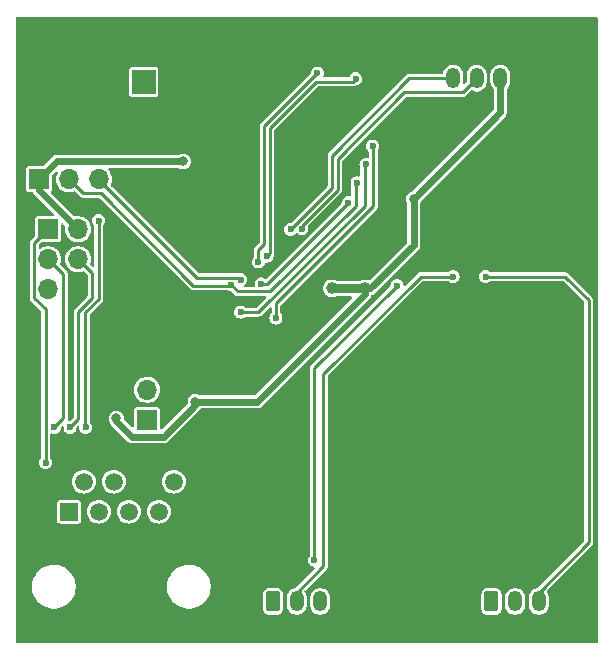
<source format=gbr>
%TF.GenerationSoftware,KiCad,Pcbnew,8.0.2*%
%TF.CreationDate,2024-05-29T11:06:27+02:00*%
%TF.ProjectId,JK-BMS_CAN,4a4b2d42-4d53-45f4-9341-4e2e6b696361,rev?*%
%TF.SameCoordinates,Original*%
%TF.FileFunction,Copper,L2,Bot*%
%TF.FilePolarity,Positive*%
%FSLAX46Y46*%
G04 Gerber Fmt 4.6, Leading zero omitted, Abs format (unit mm)*
G04 Created by KiCad (PCBNEW 8.0.2) date 2024-05-29 11:06:27*
%MOMM*%
%LPD*%
G01*
G04 APERTURE LIST*
G04 Aperture macros list*
%AMRoundRect*
0 Rectangle with rounded corners*
0 $1 Rounding radius*
0 $2 $3 $4 $5 $6 $7 $8 $9 X,Y pos of 4 corners*
0 Add a 4 corners polygon primitive as box body*
4,1,4,$2,$3,$4,$5,$6,$7,$8,$9,$2,$3,0*
0 Add four circle primitives for the rounded corners*
1,1,$1+$1,$2,$3*
1,1,$1+$1,$4,$5*
1,1,$1+$1,$6,$7*
1,1,$1+$1,$8,$9*
0 Add four rect primitives between the rounded corners*
20,1,$1+$1,$2,$3,$4,$5,0*
20,1,$1+$1,$4,$5,$6,$7,0*
20,1,$1+$1,$6,$7,$8,$9,0*
20,1,$1+$1,$8,$9,$2,$3,0*%
G04 Aperture macros list end*
%TA.AperFunction,ComponentPad*%
%ADD10RoundRect,0.250000X-0.350000X-0.625000X0.350000X-0.625000X0.350000X0.625000X-0.350000X0.625000X0*%
%TD*%
%TA.AperFunction,ComponentPad*%
%ADD11O,1.200000X1.750000*%
%TD*%
%TA.AperFunction,ComponentPad*%
%ADD12R,2.000000X2.000000*%
%TD*%
%TA.AperFunction,ComponentPad*%
%ADD13C,2.000000*%
%TD*%
%TA.AperFunction,ComponentPad*%
%ADD14O,1.700000X1.700000*%
%TD*%
%TA.AperFunction,ComponentPad*%
%ADD15R,1.700000X1.700000*%
%TD*%
%TA.AperFunction,ComponentPad*%
%ADD16C,4.500000*%
%TD*%
%TA.AperFunction,ComponentPad*%
%ADD17R,1.500000X1.500000*%
%TD*%
%TA.AperFunction,ComponentPad*%
%ADD18C,1.500000*%
%TD*%
%TA.AperFunction,ComponentPad*%
%ADD19RoundRect,0.250000X0.350000X0.625000X-0.350000X0.625000X-0.350000X-0.625000X0.350000X-0.625000X0*%
%TD*%
%TA.AperFunction,ComponentPad*%
%ADD20C,0.630000*%
%TD*%
%TA.AperFunction,SMDPad,CuDef*%
%ADD21R,3.300000X2.600000*%
%TD*%
%TA.AperFunction,ViaPad*%
%ADD22C,0.800000*%
%TD*%
%TA.AperFunction,ViaPad*%
%ADD23C,0.600000*%
%TD*%
%TA.AperFunction,ViaPad*%
%ADD24C,1.000000*%
%TD*%
%TA.AperFunction,Conductor*%
%ADD25C,0.600000*%
%TD*%
%TA.AperFunction,Conductor*%
%ADD26C,0.250000*%
%TD*%
%TA.AperFunction,Conductor*%
%ADD27C,0.800000*%
%TD*%
G04 APERTURE END LIST*
D10*
%TO.P,J2,1,Pin_1*%
%TO.N,/Vin_BMS2*%
X124250000Y-122750000D03*
D11*
%TO.P,J2,2,Pin_2*%
%TO.N,/BMS-2_tx*%
X126250000Y-122750000D03*
%TO.P,J2,3,Pin_3*%
%TO.N,/BMS-2_rx*%
X128250000Y-122750000D03*
%TO.P,J2,4,Pin_4*%
%TO.N,GND*%
X130250000Y-122750000D03*
%TD*%
D12*
%TO.P,BZ1,1,+*%
%TO.N,/Nano/Buzz*%
X94800000Y-78750000D03*
D13*
%TO.P,BZ1,2,-*%
%TO.N,GND*%
X87200000Y-78750000D03*
%TD*%
D14*
%TO.P,JP1,2,B*%
%TO.N,/Nano/CAN-H*%
X95095000Y-104835000D03*
D15*
%TO.P,JP1,1,A*%
%TO.N,Net-(JP1-A)*%
X95095000Y-107375000D03*
%TD*%
D16*
%TO.P,H1,1,1*%
%TO.N,GND*%
X118000000Y-123190000D03*
%TD*%
D10*
%TO.P,J1,1,Pin_1*%
%TO.N,/Vin_BMS1*%
X105750000Y-122750000D03*
D11*
%TO.P,J1,2,Pin_2*%
%TO.N,/BMS-1_tx*%
X107750000Y-122750000D03*
%TO.P,J1,3,Pin_3*%
%TO.N,/BMS-1_rx*%
X109750000Y-122750000D03*
%TO.P,J1,4,Pin_4*%
%TO.N,GND*%
X111750000Y-122750000D03*
%TD*%
D15*
%TO.P,J3,1,Pin_1*%
%TO.N,+5V*%
X85950000Y-87000000D03*
D14*
%TO.P,J3,2,Pin_2*%
%TO.N,/Nano/rx_flash*%
X88490000Y-87000000D03*
%TO.P,J3,3,Pin_3*%
%TO.N,/Nano/tx_flash*%
X91030000Y-87000000D03*
%TO.P,J3,4,Pin_4*%
%TO.N,GND*%
X93570000Y-87000000D03*
%TD*%
D17*
%TO.P,J6,1*%
%TO.N,unconnected-(J6-Pad1)*%
X88467500Y-115150000D03*
D18*
%TO.P,J6,2*%
%TO.N,unconnected-(J6-Pad2)*%
X89737500Y-112610000D03*
%TO.P,J6,3*%
%TO.N,unconnected-(J6-Pad3)*%
X91007500Y-115150000D03*
%TO.P,J6,4*%
%TO.N,/Nano/CAN-H*%
X92277500Y-112610000D03*
%TO.P,J6,5*%
%TO.N,/Nano/CAN-L*%
X93547500Y-115150000D03*
%TO.P,J6,6*%
%TO.N,GND*%
X94817500Y-112610000D03*
%TO.P,J6,7*%
%TO.N,unconnected-(J6-Pad7)*%
X96087500Y-115150000D03*
%TO.P,J6,8*%
%TO.N,unconnected-(J6-Pad8)*%
X97357500Y-112610000D03*
%TD*%
D15*
%TO.P,J4,1,Pin_1*%
%TO.N,/Nano/MISO*%
X86725000Y-91225000D03*
D14*
%TO.P,J4,2,Pin_2*%
%TO.N,+5V*%
X89265000Y-91225000D03*
%TO.P,J4,3,Pin_3*%
%TO.N,/Nano/SCK*%
X86725000Y-93765000D03*
%TO.P,J4,4,Pin_4*%
%TO.N,/Nano/MOSI*%
X89265000Y-93765000D03*
%TO.P,J4,5,Pin_5*%
%TO.N,/Nano/~{RESET}*%
X86725000Y-96305000D03*
%TO.P,J4,6,Pin_6*%
%TO.N,GND*%
X89265000Y-96305000D03*
%TD*%
D19*
%TO.P,J5,1,Pin_1*%
%TO.N,GND*%
X127000000Y-78450000D03*
D11*
%TO.P,J5,2,Pin_2*%
%TO.N,+5V*%
X125000000Y-78450000D03*
%TO.P,J5,3,Pin_3*%
%TO.N,/Nano/SDA*%
X123000000Y-78450000D03*
%TO.P,J5,4,Pin_4*%
%TO.N,/Nano/SCL*%
X121000000Y-78450000D03*
%TD*%
D20*
%TO.P,U1,9,PAD*%
%TO.N,GND*%
X121492800Y-110144800D03*
X120192800Y-110144800D03*
X118892800Y-110144800D03*
D21*
X120192800Y-110794800D03*
D20*
X121492800Y-111444800D03*
X120192800Y-111444800D03*
X118892800Y-111444800D03*
%TD*%
D22*
%TO.N,GND*%
X116500000Y-111000000D03*
X116500000Y-107750000D03*
X129500000Y-111250000D03*
X127250000Y-111250000D03*
X124750000Y-111250000D03*
X125500000Y-121000000D03*
X131000000Y-109400000D03*
X121000000Y-117750000D03*
X114250000Y-92000000D03*
X107750000Y-89500000D03*
X111750000Y-94500000D03*
X110000000Y-84250000D03*
X103700000Y-85850000D03*
X103250000Y-94000000D03*
X99250000Y-92350000D03*
X99850000Y-89100000D03*
X122500000Y-93750000D03*
X122500000Y-89500000D03*
X123250000Y-85250000D03*
X117500000Y-81250000D03*
X121250000Y-81250000D03*
X85000000Y-84500000D03*
X85000000Y-74500000D03*
X132250000Y-74500000D03*
X132250000Y-81250000D03*
X132250000Y-87750000D03*
X132250000Y-95000000D03*
X103750000Y-83250000D03*
X107000000Y-78750000D03*
X103750000Y-79250000D03*
X97750000Y-78500000D03*
X108500000Y-83000000D03*
X98500000Y-83000000D03*
X102000000Y-113000000D03*
X102000000Y-119250000D03*
X102000000Y-125250000D03*
X95500000Y-125250000D03*
X90250000Y-125250000D03*
X85000000Y-125000000D03*
X85000000Y-119250000D03*
X85000000Y-113250000D03*
X124000000Y-99000000D03*
X122250000Y-99000000D03*
X120500000Y-99000000D03*
X118750000Y-99000000D03*
X117000000Y-99000000D03*
X106000000Y-101500000D03*
X103750000Y-101500000D03*
X107750000Y-100500000D03*
X107750000Y-105250000D03*
X85000000Y-106500000D03*
X85000000Y-102750000D03*
X85000000Y-98250000D03*
X93500000Y-98250000D03*
X91250000Y-102250000D03*
X100750000Y-101500000D03*
X93500000Y-95250000D03*
X92500000Y-95250000D03*
%TO.N,+5V*%
X117673500Y-88673500D03*
X99172500Y-105827500D03*
X92500000Y-107250000D03*
X98150000Y-85500000D03*
D23*
%TO.N,/Nano/CS*%
X91000000Y-90500000D03*
X89900000Y-108000000D03*
%TO.N,nano1_tx*%
X104750000Y-95875000D03*
X112120558Y-88995558D03*
D24*
%TO.N,+5V*%
X110750000Y-96250000D03*
X113500000Y-96250000D03*
D23*
%TO.N,/Nano/CAN_Status*%
X105250000Y-93500000D03*
X112750000Y-78500000D03*
%TO.N,/Nano/BMS_Status*%
X109500000Y-78000000D03*
X104500000Y-94000000D03*
%TO.N,/BMS-2_rx*%
X123750000Y-95250000D03*
%TO.N,/BMS-1_rx*%
X109250000Y-119250000D03*
X116250000Y-96000000D03*
%TO.N,/BMS-1_tx*%
X121000000Y-95250000D03*
%TO.N,nano2_rx*%
X106000000Y-98750000D03*
X114183058Y-84183058D03*
%TO.N,nano2_tx*%
X103000000Y-98250000D03*
X113625000Y-85741116D03*
%TO.N,/Nano/rx_flash*%
X112875000Y-87308058D03*
%TO.N,/Nano/SDA*%
X108191942Y-91191942D03*
%TO.N,/Nano/SCL*%
X107250000Y-91250000D03*
%TO.N,/Nano/tx_flash*%
X103000000Y-95500000D03*
%TO.N,/Nano/rx_flash*%
X102197057Y-95947057D03*
%TO.N,/Nano/MISO*%
X86500000Y-111000000D03*
%TO.N,/Nano/MOSI*%
X88575000Y-108000000D03*
%TO.N,/Nano/SCK*%
X87250000Y-108000000D03*
%TD*%
D25*
%TO.N,+5V*%
X98150000Y-85500000D02*
X87450000Y-85500000D01*
X87450000Y-85500000D02*
X85950000Y-87000000D01*
X99172500Y-106127500D02*
X99172500Y-105827500D01*
X93850000Y-108800000D02*
X96500000Y-108800000D01*
X92500000Y-107450000D02*
X93850000Y-108800000D01*
X92500000Y-107250000D02*
X92500000Y-107450000D01*
X96500000Y-108800000D02*
X99172500Y-106127500D01*
D26*
%TO.N,/BMS-1_tx*%
X107750000Y-122000000D02*
X107750000Y-122750000D01*
X110000000Y-103500000D02*
X110000000Y-119750000D01*
X110000000Y-119750000D02*
X107750000Y-122000000D01*
X118250000Y-95250000D02*
X110000000Y-103500000D01*
X121000000Y-95250000D02*
X118250000Y-95250000D01*
%TO.N,/BMS-2_rx*%
X132500000Y-117750000D02*
X128250000Y-122000000D01*
X132500000Y-97250000D02*
X132500000Y-117750000D01*
X128250000Y-122000000D02*
X128250000Y-122750000D01*
X130500000Y-95250000D02*
X132500000Y-97250000D01*
X123750000Y-95250000D02*
X130500000Y-95250000D01*
%TO.N,/Nano/CS*%
X89875000Y-107975000D02*
X89900000Y-108000000D01*
X91000000Y-97136396D02*
X89875000Y-98261396D01*
X91000000Y-90500000D02*
X91000000Y-97136396D01*
X89875000Y-98261396D02*
X89875000Y-107975000D01*
%TO.N,/BMS-1_rx*%
X109250000Y-103000000D02*
X109250000Y-119250000D01*
X116250000Y-96000000D02*
X109250000Y-103000000D01*
D25*
%TO.N,+5V*%
X104422500Y-105827500D02*
X99172500Y-105827500D01*
X113500000Y-96250000D02*
X113500000Y-96750000D01*
X113500000Y-96750000D02*
X104422500Y-105827500D01*
X113500000Y-96250000D02*
X114000000Y-96250000D01*
D27*
X113500000Y-96250000D02*
X110750000Y-96250000D01*
D25*
X114000000Y-96250000D02*
X117673500Y-92576500D01*
X117673500Y-92576500D02*
X117673500Y-88673500D01*
D26*
%TO.N,/Nano/SCL*%
X117300000Y-78450000D02*
X121000000Y-78450000D01*
X110750000Y-85000000D02*
X117300000Y-78450000D01*
X110750000Y-87750000D02*
X110750000Y-85000000D01*
X107250000Y-91250000D02*
X110750000Y-87750000D01*
%TO.N,/Nano/SDA*%
X121800000Y-79650000D02*
X123000000Y-78450000D01*
X111250000Y-85250000D02*
X116850000Y-79650000D01*
X116850000Y-79650000D02*
X121800000Y-79650000D01*
X108191942Y-90944454D02*
X111250000Y-87886396D01*
X111250000Y-87886396D02*
X111250000Y-85250000D01*
X108191942Y-91191942D02*
X108191942Y-90944454D01*
%TO.N,/Nano/CAN_Status*%
X112500000Y-78750000D02*
X112750000Y-78500000D01*
X105500000Y-93250000D02*
X105500000Y-82636396D01*
X105250000Y-93500000D02*
X105500000Y-93250000D01*
X105500000Y-82636396D02*
X109386396Y-78750000D01*
X109386396Y-78750000D02*
X112500000Y-78750000D01*
%TO.N,/Nano/BMS_Status*%
X105000000Y-82500000D02*
X109500000Y-78000000D01*
X105000000Y-92500000D02*
X105000000Y-82500000D01*
X104500000Y-93000000D02*
X105000000Y-92500000D01*
X104500000Y-94000000D02*
X104500000Y-93000000D01*
%TO.N,nano2_rx*%
X106000000Y-97500000D02*
X106000000Y-98750000D01*
X114250000Y-84250000D02*
X114250000Y-89250000D01*
X114250000Y-89250000D02*
X106000000Y-97500000D01*
X114183058Y-84183058D02*
X114250000Y-84250000D01*
D25*
%TO.N,+5V*%
X85950000Y-87950000D02*
X89225000Y-91225000D01*
X85950000Y-87000000D02*
X85950000Y-87950000D01*
D26*
%TO.N,/Nano/MISO*%
X85550000Y-97050000D02*
X85550000Y-92400000D01*
X86500000Y-98000000D02*
X85550000Y-97050000D01*
X85550000Y-92400000D02*
X86725000Y-91225000D01*
X86500000Y-111000000D02*
X86500000Y-98000000D01*
%TO.N,/Nano/SCK*%
X88000000Y-107250000D02*
X87250000Y-108000000D01*
X88000000Y-95040000D02*
X88000000Y-107250000D01*
%TO.N,/Nano/MOSI*%
X89250000Y-107325000D02*
X88575000Y-108000000D01*
X89250000Y-98250000D02*
X89250000Y-107325000D01*
%TO.N,/Nano/rx_flash*%
X89675000Y-88175000D02*
X88500000Y-87000000D01*
X91175000Y-88175000D02*
X89675000Y-88175000D01*
X102144114Y-96000000D02*
X99000000Y-96000000D01*
X99000000Y-96000000D02*
X91175000Y-88175000D01*
X102197057Y-95947057D02*
X102144114Y-96000000D01*
%TO.N,/Nano/tx_flash*%
X99322057Y-95322057D02*
X91030000Y-87030000D01*
X102822057Y-95322057D02*
X99322057Y-95322057D01*
X103000000Y-95500000D02*
X102822057Y-95322057D01*
D25*
%TO.N,+5V*%
X125000000Y-81347000D02*
X125000000Y-78450000D01*
X117673500Y-88673500D02*
X125000000Y-81347000D01*
D26*
%TO.N,/Nano/MOSI*%
X89250000Y-98250000D02*
X90440000Y-97060000D01*
X90440000Y-94940000D02*
X89265000Y-93765000D01*
X90440000Y-97060000D02*
X90440000Y-94940000D01*
%TO.N,nano1_tx*%
X105258884Y-95875000D02*
X104750000Y-95875000D01*
X112120558Y-89013326D02*
X105258884Y-95875000D01*
X112120558Y-88995558D02*
X112120558Y-89013326D01*
%TO.N,/Nano/rx_flash*%
X102750000Y-96500000D02*
X102197057Y-95947057D01*
X112750000Y-87433058D02*
X112750000Y-89250000D01*
X112750000Y-89250000D02*
X105500000Y-96500000D01*
X105500000Y-96500000D02*
X102750000Y-96500000D01*
X112875000Y-87308058D02*
X112750000Y-87433058D01*
%TO.N,nano2_tx*%
X104500000Y-98250000D02*
X103000000Y-98250000D01*
X113500000Y-89250000D02*
X104500000Y-98250000D01*
X113500000Y-85866116D02*
X113500000Y-89250000D01*
X113625000Y-85741116D02*
X113500000Y-85866116D01*
%TO.N,/Nano/SCK*%
X86725000Y-93765000D02*
X88000000Y-95040000D01*
%TD*%
%TA.AperFunction,Conductor*%
%TO.N,GND*%
G36*
X130352800Y-106349800D02*
G01*
X123698000Y-113004600D01*
X116281200Y-113004600D01*
X116281200Y-97749837D01*
X116825237Y-97205800D01*
X130352800Y-97205800D01*
X130352800Y-106349800D01*
G37*
%TD.AperFunction*%
%TD*%
%TA.AperFunction,Conductor*%
%TO.N,GND*%
G36*
X133208691Y-73269407D02*
G01*
X133244655Y-73318907D01*
X133249500Y-73349500D01*
X133249500Y-126150500D01*
X133230593Y-126208691D01*
X133181093Y-126244655D01*
X133150500Y-126249500D01*
X84099500Y-126249500D01*
X84041309Y-126230593D01*
X84005345Y-126181093D01*
X84000500Y-126150500D01*
X84000500Y-121378448D01*
X85343000Y-121378448D01*
X85343000Y-121621551D01*
X85374730Y-121862563D01*
X85374730Y-121862568D01*
X85437649Y-122097387D01*
X85530678Y-122321979D01*
X85570661Y-122391233D01*
X85652231Y-122532516D01*
X85800222Y-122725380D01*
X85972120Y-122897278D01*
X86164984Y-123045269D01*
X86375516Y-123166819D01*
X86375517Y-123166819D01*
X86375520Y-123166821D01*
X86600112Y-123259850D01*
X86834929Y-123322769D01*
X87075950Y-123354500D01*
X87075951Y-123354500D01*
X87319049Y-123354500D01*
X87319050Y-123354500D01*
X87560071Y-123322769D01*
X87794888Y-123259850D01*
X88019484Y-123166819D01*
X88230016Y-123045269D01*
X88422880Y-122897278D01*
X88594778Y-122725380D01*
X88742769Y-122532516D01*
X88864319Y-122321984D01*
X88957350Y-122097388D01*
X89020269Y-121862571D01*
X89052000Y-121621550D01*
X89052000Y-121378450D01*
X89052000Y-121378448D01*
X96773000Y-121378448D01*
X96773000Y-121621551D01*
X96804730Y-121862563D01*
X96804730Y-121862568D01*
X96867649Y-122097387D01*
X96960678Y-122321979D01*
X97000661Y-122391233D01*
X97082231Y-122532516D01*
X97230222Y-122725380D01*
X97402120Y-122897278D01*
X97594984Y-123045269D01*
X97805516Y-123166819D01*
X97805517Y-123166819D01*
X97805520Y-123166821D01*
X98030112Y-123259850D01*
X98264929Y-123322769D01*
X98505950Y-123354500D01*
X98505951Y-123354500D01*
X98749049Y-123354500D01*
X98749050Y-123354500D01*
X98990071Y-123322769D01*
X99224888Y-123259850D01*
X99449484Y-123166819D01*
X99660016Y-123045269D01*
X99852880Y-122897278D01*
X100024778Y-122725380D01*
X100172769Y-122532516D01*
X100294319Y-122321984D01*
X100387350Y-122097388D01*
X100392778Y-122077129D01*
X104899500Y-122077129D01*
X104899500Y-123422866D01*
X104899500Y-123422869D01*
X104899501Y-123422872D01*
X104900038Y-123427863D01*
X104905908Y-123482480D01*
X104905909Y-123482485D01*
X104956202Y-123617329D01*
X105042450Y-123732541D01*
X105042454Y-123732546D01*
X105042457Y-123732548D01*
X105042458Y-123732549D01*
X105157670Y-123818797D01*
X105292511Y-123869089D01*
X105292512Y-123869089D01*
X105292517Y-123869091D01*
X105352127Y-123875500D01*
X106147872Y-123875499D01*
X106207483Y-123869091D01*
X106277935Y-123842814D01*
X106342329Y-123818797D01*
X106342329Y-123818796D01*
X106342331Y-123818796D01*
X106457546Y-123732546D01*
X106543796Y-123617331D01*
X106594091Y-123482483D01*
X106600500Y-123422873D01*
X106600499Y-122391230D01*
X106899500Y-122391230D01*
X106899500Y-123108769D01*
X106932183Y-123273079D01*
X106932185Y-123273085D01*
X106996296Y-123427862D01*
X106996297Y-123427863D01*
X107089374Y-123567162D01*
X107207838Y-123685626D01*
X107347137Y-123778703D01*
X107501918Y-123842816D01*
X107666233Y-123875500D01*
X107666234Y-123875500D01*
X107833766Y-123875500D01*
X107833767Y-123875500D01*
X107998082Y-123842816D01*
X108152863Y-123778703D01*
X108292162Y-123685626D01*
X108410626Y-123567162D01*
X108503703Y-123427863D01*
X108567816Y-123273082D01*
X108600500Y-123108767D01*
X108600500Y-122391233D01*
X108600499Y-122391230D01*
X108899500Y-122391230D01*
X108899500Y-123108769D01*
X108932183Y-123273079D01*
X108932185Y-123273085D01*
X108996296Y-123427862D01*
X108996297Y-123427863D01*
X109089374Y-123567162D01*
X109207838Y-123685626D01*
X109347137Y-123778703D01*
X109501918Y-123842816D01*
X109666233Y-123875500D01*
X109666234Y-123875500D01*
X109833766Y-123875500D01*
X109833767Y-123875500D01*
X109998082Y-123842816D01*
X110152863Y-123778703D01*
X110292162Y-123685626D01*
X110410626Y-123567162D01*
X110503703Y-123427863D01*
X110567816Y-123273082D01*
X110600500Y-123108767D01*
X110600500Y-122391233D01*
X110567816Y-122226918D01*
X110505771Y-122077129D01*
X123399500Y-122077129D01*
X123399500Y-123422866D01*
X123399500Y-123422869D01*
X123399501Y-123422872D01*
X123400038Y-123427863D01*
X123405908Y-123482480D01*
X123405909Y-123482485D01*
X123456202Y-123617329D01*
X123542450Y-123732541D01*
X123542454Y-123732546D01*
X123542457Y-123732548D01*
X123542458Y-123732549D01*
X123657670Y-123818797D01*
X123792511Y-123869089D01*
X123792512Y-123869089D01*
X123792517Y-123869091D01*
X123852127Y-123875500D01*
X124647872Y-123875499D01*
X124707483Y-123869091D01*
X124777935Y-123842814D01*
X124842329Y-123818797D01*
X124842329Y-123818796D01*
X124842331Y-123818796D01*
X124957546Y-123732546D01*
X125043796Y-123617331D01*
X125094091Y-123482483D01*
X125100500Y-123422873D01*
X125100499Y-122391230D01*
X125399500Y-122391230D01*
X125399500Y-123108769D01*
X125432183Y-123273079D01*
X125432185Y-123273085D01*
X125496296Y-123427862D01*
X125496297Y-123427863D01*
X125589374Y-123567162D01*
X125707838Y-123685626D01*
X125847137Y-123778703D01*
X126001918Y-123842816D01*
X126166233Y-123875500D01*
X126166234Y-123875500D01*
X126333766Y-123875500D01*
X126333767Y-123875500D01*
X126498082Y-123842816D01*
X126652863Y-123778703D01*
X126792162Y-123685626D01*
X126910626Y-123567162D01*
X127003703Y-123427863D01*
X127067816Y-123273082D01*
X127100500Y-123108767D01*
X127100500Y-122391233D01*
X127067816Y-122226918D01*
X127003703Y-122072137D01*
X126910626Y-121932838D01*
X126792162Y-121814374D01*
X126652863Y-121721297D01*
X126652864Y-121721297D01*
X126652862Y-121721296D01*
X126498085Y-121657185D01*
X126498079Y-121657183D01*
X126333769Y-121624500D01*
X126333767Y-121624500D01*
X126166233Y-121624500D01*
X126166230Y-121624500D01*
X126001920Y-121657183D01*
X126001914Y-121657185D01*
X125847137Y-121721296D01*
X125707838Y-121814374D01*
X125707834Y-121814377D01*
X125589377Y-121932834D01*
X125589374Y-121932838D01*
X125496296Y-122072137D01*
X125432185Y-122226914D01*
X125432183Y-122226920D01*
X125399500Y-122391230D01*
X125100499Y-122391230D01*
X125100499Y-122077128D01*
X125094091Y-122017517D01*
X125062508Y-121932838D01*
X125043797Y-121882670D01*
X124957549Y-121767458D01*
X124957548Y-121767457D01*
X124957546Y-121767454D01*
X124957541Y-121767450D01*
X124842329Y-121681202D01*
X124707488Y-121630910D01*
X124707483Y-121630909D01*
X124707481Y-121630908D01*
X124707477Y-121630908D01*
X124676249Y-121627550D01*
X124647873Y-121624500D01*
X124647870Y-121624500D01*
X123852133Y-121624500D01*
X123852129Y-121624500D01*
X123852128Y-121624501D01*
X123844949Y-121625272D01*
X123792519Y-121630908D01*
X123792514Y-121630909D01*
X123657670Y-121681202D01*
X123542458Y-121767450D01*
X123542450Y-121767458D01*
X123456202Y-121882670D01*
X123405910Y-122017511D01*
X123405908Y-122017522D01*
X123399500Y-122077129D01*
X110505771Y-122077129D01*
X110503703Y-122072137D01*
X110410626Y-121932838D01*
X110292162Y-121814374D01*
X110152863Y-121721297D01*
X110152864Y-121721297D01*
X110152862Y-121721296D01*
X109998085Y-121657185D01*
X109998079Y-121657183D01*
X109833769Y-121624500D01*
X109833767Y-121624500D01*
X109666233Y-121624500D01*
X109666230Y-121624500D01*
X109501920Y-121657183D01*
X109501914Y-121657185D01*
X109347137Y-121721296D01*
X109207838Y-121814374D01*
X109207834Y-121814377D01*
X109089377Y-121932834D01*
X109089374Y-121932838D01*
X108996296Y-122072137D01*
X108932185Y-122226914D01*
X108932183Y-122226920D01*
X108899500Y-122391230D01*
X108600499Y-122391230D01*
X108567816Y-122226918D01*
X108503703Y-122072137D01*
X108430758Y-121962967D01*
X108414150Y-121904083D01*
X108435327Y-121846679D01*
X108443061Y-121837974D01*
X110300475Y-119980562D01*
X110315389Y-119954730D01*
X110349909Y-119894941D01*
X110349909Y-119894939D01*
X110349911Y-119894937D01*
X110375500Y-119799436D01*
X110375500Y-119700564D01*
X110375500Y-103696545D01*
X110394407Y-103638354D01*
X110404496Y-103626541D01*
X116281200Y-97749837D01*
X116281200Y-113004600D01*
X123698000Y-113004600D01*
X130352800Y-106349800D01*
X130352800Y-97205800D01*
X116825237Y-97205800D01*
X118376541Y-95654496D01*
X118431058Y-95626719D01*
X118446545Y-95625500D01*
X120551461Y-95625500D01*
X120609652Y-95644407D01*
X120611685Y-95645925D01*
X120722375Y-95730861D01*
X120856291Y-95786330D01*
X121000000Y-95805250D01*
X121143709Y-95786330D01*
X121277625Y-95730861D01*
X121392621Y-95642621D01*
X121480861Y-95527625D01*
X121536330Y-95393709D01*
X121555250Y-95250000D01*
X121555250Y-95249999D01*
X123194750Y-95249999D01*
X123194750Y-95250000D01*
X123213669Y-95393708D01*
X123213670Y-95393709D01*
X123263365Y-95513687D01*
X123269139Y-95527625D01*
X123357379Y-95642621D01*
X123472375Y-95730861D01*
X123606291Y-95786330D01*
X123750000Y-95805250D01*
X123893709Y-95786330D01*
X124027625Y-95730861D01*
X124138273Y-95645957D01*
X124195947Y-95625534D01*
X124198539Y-95625500D01*
X130303455Y-95625500D01*
X130361646Y-95644407D01*
X130373459Y-95654496D01*
X132095504Y-97376541D01*
X132123281Y-97431058D01*
X132124500Y-97446545D01*
X132124500Y-117553454D01*
X132105593Y-117611645D01*
X132095504Y-117623458D01*
X128097876Y-121621085D01*
X128047187Y-121648179D01*
X128001917Y-121657184D01*
X127847137Y-121721296D01*
X127707838Y-121814374D01*
X127707834Y-121814377D01*
X127589377Y-121932834D01*
X127589374Y-121932838D01*
X127496296Y-122072137D01*
X127432185Y-122226914D01*
X127432183Y-122226920D01*
X127399500Y-122391230D01*
X127399500Y-123108769D01*
X127432183Y-123273079D01*
X127432185Y-123273085D01*
X127496296Y-123427862D01*
X127496297Y-123427863D01*
X127589374Y-123567162D01*
X127707838Y-123685626D01*
X127847137Y-123778703D01*
X128001918Y-123842816D01*
X128166233Y-123875500D01*
X128166234Y-123875500D01*
X128333766Y-123875500D01*
X128333767Y-123875500D01*
X128498082Y-123842816D01*
X128652863Y-123778703D01*
X128792162Y-123685626D01*
X128910626Y-123567162D01*
X129003703Y-123427863D01*
X129067816Y-123273082D01*
X129100500Y-123108767D01*
X129100500Y-122391233D01*
X129067816Y-122226918D01*
X129003703Y-122072137D01*
X128930758Y-121962967D01*
X128914150Y-121904083D01*
X128935327Y-121846679D01*
X128943061Y-121837974D01*
X132800475Y-117980563D01*
X132849911Y-117894937D01*
X132875500Y-117799436D01*
X132875500Y-117700564D01*
X132875500Y-97200565D01*
X132875221Y-97199525D01*
X132849910Y-97105063D01*
X132849910Y-97105062D01*
X132849910Y-97105061D01*
X132800475Y-97019438D01*
X132730562Y-96949524D01*
X132730562Y-96949525D01*
X130730563Y-94949526D01*
X130730563Y-94949525D01*
X130644941Y-94900091D01*
X130644934Y-94900088D01*
X130597185Y-94887294D01*
X130597184Y-94887294D01*
X130549438Y-94874500D01*
X130549436Y-94874500D01*
X130549435Y-94874500D01*
X124198539Y-94874500D01*
X124140348Y-94855593D01*
X124138314Y-94854074D01*
X124027625Y-94769139D01*
X124027621Y-94769137D01*
X123893709Y-94713670D01*
X123893708Y-94713669D01*
X123750000Y-94694750D01*
X123606291Y-94713669D01*
X123606290Y-94713670D01*
X123472378Y-94769137D01*
X123472374Y-94769139D01*
X123357381Y-94857377D01*
X123357377Y-94857381D01*
X123269139Y-94972374D01*
X123269137Y-94972378D01*
X123213670Y-95106290D01*
X123213669Y-95106291D01*
X123194750Y-95249999D01*
X121555250Y-95249999D01*
X121554193Y-95241975D01*
X121536330Y-95106291D01*
X121480861Y-94972375D01*
X121392621Y-94857379D01*
X121277625Y-94769139D01*
X121277621Y-94769137D01*
X121143709Y-94713670D01*
X121143708Y-94713669D01*
X121000000Y-94694750D01*
X120856291Y-94713669D01*
X120856290Y-94713670D01*
X120722378Y-94769137D01*
X120722374Y-94769139D01*
X120671146Y-94808448D01*
X120611726Y-94854042D01*
X120554053Y-94874466D01*
X120551461Y-94874500D01*
X118299436Y-94874500D01*
X118200564Y-94874500D01*
X118152813Y-94887295D01*
X118152812Y-94887294D01*
X118105062Y-94900089D01*
X118105058Y-94900091D01*
X118019436Y-94949525D01*
X118019437Y-94949526D01*
X116966249Y-96002713D01*
X116911732Y-96030490D01*
X116851300Y-96020919D01*
X116808035Y-95977654D01*
X116798092Y-95945631D01*
X116786330Y-95856291D01*
X116730861Y-95722375D01*
X116642621Y-95607379D01*
X116527625Y-95519139D01*
X116527621Y-95519137D01*
X116393709Y-95463670D01*
X116393708Y-95463669D01*
X116250000Y-95444750D01*
X116106291Y-95463669D01*
X116106290Y-95463670D01*
X115972378Y-95519137D01*
X115972374Y-95519139D01*
X115857381Y-95607377D01*
X115857377Y-95607381D01*
X115769139Y-95722374D01*
X115769137Y-95722378D01*
X115713670Y-95856290D01*
X115713670Y-95856291D01*
X115695465Y-95994564D01*
X115669123Y-96049789D01*
X115667316Y-96051645D01*
X109019438Y-102699525D01*
X109019437Y-102699524D01*
X108949524Y-102769438D01*
X108900091Y-102855057D01*
X108874500Y-102950566D01*
X108874500Y-118801460D01*
X108855593Y-118859651D01*
X108854042Y-118861728D01*
X108769139Y-118972374D01*
X108769137Y-118972378D01*
X108713670Y-119106290D01*
X108713669Y-119106291D01*
X108694750Y-119249999D01*
X108694750Y-119250000D01*
X108713669Y-119393708D01*
X108713670Y-119393709D01*
X108769139Y-119527625D01*
X108857379Y-119642621D01*
X108972375Y-119730861D01*
X109106291Y-119786330D01*
X109195630Y-119798092D01*
X109250855Y-119824433D01*
X109280050Y-119878204D01*
X109272064Y-119938866D01*
X109252712Y-119966249D01*
X107597876Y-121621085D01*
X107547187Y-121648179D01*
X107501917Y-121657184D01*
X107347137Y-121721296D01*
X107207838Y-121814374D01*
X107207834Y-121814377D01*
X107089377Y-121932834D01*
X107089374Y-121932838D01*
X106996296Y-122072137D01*
X106932185Y-122226914D01*
X106932183Y-122226920D01*
X106899500Y-122391230D01*
X106600499Y-122391230D01*
X106600499Y-122077128D01*
X106594091Y-122017517D01*
X106562508Y-121932838D01*
X106543797Y-121882670D01*
X106457549Y-121767458D01*
X106457548Y-121767457D01*
X106457546Y-121767454D01*
X106457541Y-121767450D01*
X106342329Y-121681202D01*
X106207488Y-121630910D01*
X106207483Y-121630909D01*
X106207481Y-121630908D01*
X106207477Y-121630908D01*
X106176249Y-121627550D01*
X106147873Y-121624500D01*
X106147870Y-121624500D01*
X105352133Y-121624500D01*
X105352129Y-121624500D01*
X105352128Y-121624501D01*
X105344949Y-121625272D01*
X105292519Y-121630908D01*
X105292514Y-121630909D01*
X105157670Y-121681202D01*
X105042458Y-121767450D01*
X105042450Y-121767458D01*
X104956202Y-121882670D01*
X104905910Y-122017511D01*
X104905908Y-122017522D01*
X104899500Y-122077129D01*
X100392778Y-122077129D01*
X100450269Y-121862571D01*
X100482000Y-121621550D01*
X100482000Y-121378450D01*
X100450269Y-121137429D01*
X100387350Y-120902612D01*
X100294319Y-120678016D01*
X100172769Y-120467484D01*
X100024778Y-120274620D01*
X99852880Y-120102722D01*
X99808598Y-120068743D01*
X99660015Y-119954730D01*
X99449479Y-119833178D01*
X99224887Y-119740149D01*
X99064501Y-119697174D01*
X98990071Y-119677231D01*
X98990068Y-119677230D01*
X98990066Y-119677230D01*
X98749051Y-119645500D01*
X98749050Y-119645500D01*
X98505950Y-119645500D01*
X98505948Y-119645500D01*
X98264936Y-119677230D01*
X98264931Y-119677230D01*
X98030112Y-119740149D01*
X97805520Y-119833178D01*
X97594984Y-119954730D01*
X97402123Y-120102719D01*
X97230219Y-120274623D01*
X97082230Y-120467484D01*
X96960678Y-120678020D01*
X96867649Y-120902612D01*
X96804730Y-121137431D01*
X96804730Y-121137436D01*
X96773000Y-121378448D01*
X89052000Y-121378448D01*
X89020269Y-121137429D01*
X88957350Y-120902612D01*
X88864319Y-120678016D01*
X88742769Y-120467484D01*
X88594778Y-120274620D01*
X88422880Y-120102722D01*
X88378598Y-120068743D01*
X88230015Y-119954730D01*
X88019479Y-119833178D01*
X87794887Y-119740149D01*
X87634501Y-119697174D01*
X87560071Y-119677231D01*
X87560068Y-119677230D01*
X87560066Y-119677230D01*
X87319051Y-119645500D01*
X87319050Y-119645500D01*
X87075950Y-119645500D01*
X87075948Y-119645500D01*
X86834936Y-119677230D01*
X86834931Y-119677230D01*
X86600112Y-119740149D01*
X86375520Y-119833178D01*
X86164984Y-119954730D01*
X85972123Y-120102719D01*
X85800219Y-120274623D01*
X85652230Y-120467484D01*
X85530678Y-120678020D01*
X85437649Y-120902612D01*
X85374730Y-121137431D01*
X85374730Y-121137436D01*
X85343000Y-121378448D01*
X84000500Y-121378448D01*
X84000500Y-114375327D01*
X87467000Y-114375327D01*
X87467000Y-115924672D01*
X87467001Y-115924684D01*
X87481533Y-115997736D01*
X87481535Y-115997742D01*
X87536897Y-116080599D01*
X87536899Y-116080601D01*
X87619760Y-116135966D01*
X87675308Y-116147015D01*
X87692815Y-116150498D01*
X87692820Y-116150498D01*
X87692826Y-116150500D01*
X87692827Y-116150500D01*
X89242173Y-116150500D01*
X89242174Y-116150500D01*
X89315240Y-116135966D01*
X89398101Y-116080601D01*
X89453466Y-115997740D01*
X89468000Y-115924674D01*
X89468000Y-115149996D01*
X90002159Y-115149996D01*
X90002159Y-115150003D01*
X90021474Y-115346126D01*
X90021475Y-115346129D01*
X90078687Y-115534730D01*
X90078688Y-115534732D01*
X90149718Y-115667618D01*
X90171590Y-115708538D01*
X90171592Y-115708540D01*
X90171593Y-115708542D01*
X90296612Y-115860878D01*
X90296621Y-115860887D01*
X90374346Y-115924674D01*
X90448962Y-115985910D01*
X90622773Y-116078814D01*
X90811368Y-116136024D01*
X90811370Y-116136024D01*
X90811373Y-116136025D01*
X91007497Y-116155341D01*
X91007500Y-116155341D01*
X91007503Y-116155341D01*
X91203626Y-116136025D01*
X91203627Y-116136024D01*
X91203632Y-116136024D01*
X91392227Y-116078814D01*
X91566038Y-115985910D01*
X91718383Y-115860883D01*
X91843410Y-115708538D01*
X91936314Y-115534727D01*
X91993524Y-115346132D01*
X92012841Y-115150000D01*
X92012841Y-115149996D01*
X92542159Y-115149996D01*
X92542159Y-115150003D01*
X92561474Y-115346126D01*
X92561475Y-115346129D01*
X92618687Y-115534730D01*
X92618688Y-115534732D01*
X92689718Y-115667618D01*
X92711590Y-115708538D01*
X92711592Y-115708540D01*
X92711593Y-115708542D01*
X92836612Y-115860878D01*
X92836621Y-115860887D01*
X92914346Y-115924674D01*
X92988962Y-115985910D01*
X93162773Y-116078814D01*
X93351368Y-116136024D01*
X93351370Y-116136024D01*
X93351373Y-116136025D01*
X93547497Y-116155341D01*
X93547500Y-116155341D01*
X93547503Y-116155341D01*
X93743626Y-116136025D01*
X93743627Y-116136024D01*
X93743632Y-116136024D01*
X93932227Y-116078814D01*
X94106038Y-115985910D01*
X94258383Y-115860883D01*
X94383410Y-115708538D01*
X94476314Y-115534727D01*
X94533524Y-115346132D01*
X94552841Y-115150000D01*
X94552841Y-115149996D01*
X95082159Y-115149996D01*
X95082159Y-115150003D01*
X95101474Y-115346126D01*
X95101475Y-115346129D01*
X95158687Y-115534730D01*
X95158688Y-115534732D01*
X95229718Y-115667618D01*
X95251590Y-115708538D01*
X95251592Y-115708540D01*
X95251593Y-115708542D01*
X95376612Y-115860878D01*
X95376621Y-115860887D01*
X95454346Y-115924674D01*
X95528962Y-115985910D01*
X95702773Y-116078814D01*
X95891368Y-116136024D01*
X95891370Y-116136024D01*
X95891373Y-116136025D01*
X96087497Y-116155341D01*
X96087500Y-116155341D01*
X96087503Y-116155341D01*
X96283626Y-116136025D01*
X96283627Y-116136024D01*
X96283632Y-116136024D01*
X96472227Y-116078814D01*
X96646038Y-115985910D01*
X96798383Y-115860883D01*
X96923410Y-115708538D01*
X97016314Y-115534727D01*
X97073524Y-115346132D01*
X97092841Y-115150000D01*
X97092841Y-115149996D01*
X97073525Y-114953873D01*
X97073524Y-114953870D01*
X97073524Y-114953868D01*
X97016314Y-114765273D01*
X96923410Y-114591462D01*
X96923406Y-114591457D01*
X96798387Y-114439121D01*
X96798378Y-114439112D01*
X96646042Y-114314093D01*
X96646040Y-114314092D01*
X96646038Y-114314090D01*
X96605118Y-114292218D01*
X96472232Y-114221188D01*
X96472230Y-114221187D01*
X96283629Y-114163975D01*
X96283626Y-114163974D01*
X96087503Y-114144659D01*
X96087497Y-114144659D01*
X95891373Y-114163974D01*
X95891370Y-114163975D01*
X95702769Y-114221187D01*
X95702767Y-114221188D01*
X95528967Y-114314087D01*
X95528957Y-114314093D01*
X95376621Y-114439112D01*
X95376612Y-114439121D01*
X95251593Y-114591457D01*
X95251587Y-114591467D01*
X95158688Y-114765267D01*
X95158687Y-114765269D01*
X95101475Y-114953870D01*
X95101474Y-114953873D01*
X95082159Y-115149996D01*
X94552841Y-115149996D01*
X94533525Y-114953873D01*
X94533524Y-114953870D01*
X94533524Y-114953868D01*
X94476314Y-114765273D01*
X94383410Y-114591462D01*
X94383406Y-114591457D01*
X94258387Y-114439121D01*
X94258378Y-114439112D01*
X94106042Y-114314093D01*
X94106040Y-114314092D01*
X94106038Y-114314090D01*
X94065118Y-114292218D01*
X93932232Y-114221188D01*
X93932230Y-114221187D01*
X93743629Y-114163975D01*
X93743626Y-114163974D01*
X93547503Y-114144659D01*
X93547497Y-114144659D01*
X93351373Y-114163974D01*
X93351370Y-114163975D01*
X93162769Y-114221187D01*
X93162767Y-114221188D01*
X92988967Y-114314087D01*
X92988957Y-114314093D01*
X92836621Y-114439112D01*
X92836612Y-114439121D01*
X92711593Y-114591457D01*
X92711587Y-114591467D01*
X92618688Y-114765267D01*
X92618687Y-114765269D01*
X92561475Y-114953870D01*
X92561474Y-114953873D01*
X92542159Y-115149996D01*
X92012841Y-115149996D01*
X91993525Y-114953873D01*
X91993524Y-114953870D01*
X91993524Y-114953868D01*
X91936314Y-114765273D01*
X91843410Y-114591462D01*
X91843406Y-114591457D01*
X91718387Y-114439121D01*
X91718378Y-114439112D01*
X91566042Y-114314093D01*
X91566040Y-114314092D01*
X91566038Y-114314090D01*
X91525118Y-114292218D01*
X91392232Y-114221188D01*
X91392230Y-114221187D01*
X91203629Y-114163975D01*
X91203626Y-114163974D01*
X91007503Y-114144659D01*
X91007497Y-114144659D01*
X90811373Y-114163974D01*
X90811370Y-114163975D01*
X90622769Y-114221187D01*
X90622767Y-114221188D01*
X90448967Y-114314087D01*
X90448957Y-114314093D01*
X90296621Y-114439112D01*
X90296612Y-114439121D01*
X90171593Y-114591457D01*
X90171587Y-114591467D01*
X90078688Y-114765267D01*
X90078687Y-114765269D01*
X90021475Y-114953870D01*
X90021474Y-114953873D01*
X90002159Y-115149996D01*
X89468000Y-115149996D01*
X89468000Y-114375326D01*
X89453466Y-114302260D01*
X89453464Y-114302257D01*
X89398102Y-114219400D01*
X89398099Y-114219397D01*
X89315242Y-114164035D01*
X89315240Y-114164034D01*
X89315237Y-114164033D01*
X89315236Y-114164033D01*
X89242184Y-114149501D01*
X89242174Y-114149500D01*
X87692826Y-114149500D01*
X87692825Y-114149500D01*
X87692815Y-114149501D01*
X87619763Y-114164033D01*
X87619757Y-114164035D01*
X87536900Y-114219397D01*
X87536897Y-114219400D01*
X87481535Y-114302257D01*
X87481533Y-114302263D01*
X87467001Y-114375315D01*
X87467000Y-114375327D01*
X84000500Y-114375327D01*
X84000500Y-112609996D01*
X88732159Y-112609996D01*
X88732159Y-112610003D01*
X88751474Y-112806126D01*
X88751475Y-112806129D01*
X88808687Y-112994730D01*
X88808688Y-112994732D01*
X88879718Y-113127618D01*
X88901590Y-113168538D01*
X88901592Y-113168540D01*
X88901593Y-113168542D01*
X89026612Y-113320878D01*
X89026621Y-113320887D01*
X89178957Y-113445906D01*
X89178962Y-113445910D01*
X89352773Y-113538814D01*
X89541368Y-113596024D01*
X89541370Y-113596024D01*
X89541373Y-113596025D01*
X89737497Y-113615341D01*
X89737500Y-113615341D01*
X89737503Y-113615341D01*
X89933626Y-113596025D01*
X89933627Y-113596024D01*
X89933632Y-113596024D01*
X90122227Y-113538814D01*
X90296038Y-113445910D01*
X90448383Y-113320883D01*
X90573410Y-113168538D01*
X90666314Y-112994727D01*
X90723524Y-112806132D01*
X90742841Y-112610000D01*
X90742841Y-112609996D01*
X91272159Y-112609996D01*
X91272159Y-112610003D01*
X91291474Y-112806126D01*
X91291475Y-112806129D01*
X91348687Y-112994730D01*
X91348688Y-112994732D01*
X91419718Y-113127618D01*
X91441590Y-113168538D01*
X91441592Y-113168540D01*
X91441593Y-113168542D01*
X91566612Y-113320878D01*
X91566621Y-113320887D01*
X91718957Y-113445906D01*
X91718962Y-113445910D01*
X91892773Y-113538814D01*
X92081368Y-113596024D01*
X92081370Y-113596024D01*
X92081373Y-113596025D01*
X92277497Y-113615341D01*
X92277500Y-113615341D01*
X92277503Y-113615341D01*
X92473626Y-113596025D01*
X92473627Y-113596024D01*
X92473632Y-113596024D01*
X92662227Y-113538814D01*
X92836038Y-113445910D01*
X92988383Y-113320883D01*
X93113410Y-113168538D01*
X93206314Y-112994727D01*
X93263524Y-112806132D01*
X93282841Y-112610000D01*
X93282841Y-112609996D01*
X96352159Y-112609996D01*
X96352159Y-112610003D01*
X96371474Y-112806126D01*
X96371475Y-112806129D01*
X96428687Y-112994730D01*
X96428688Y-112994732D01*
X96499718Y-113127618D01*
X96521590Y-113168538D01*
X96521592Y-113168540D01*
X96521593Y-113168542D01*
X96646612Y-113320878D01*
X96646621Y-113320887D01*
X96798957Y-113445906D01*
X96798962Y-113445910D01*
X96972773Y-113538814D01*
X97161368Y-113596024D01*
X97161370Y-113596024D01*
X97161373Y-113596025D01*
X97357497Y-113615341D01*
X97357500Y-113615341D01*
X97357503Y-113615341D01*
X97553626Y-113596025D01*
X97553627Y-113596024D01*
X97553632Y-113596024D01*
X97742227Y-113538814D01*
X97916038Y-113445910D01*
X98068383Y-113320883D01*
X98193410Y-113168538D01*
X98286314Y-112994727D01*
X98343524Y-112806132D01*
X98362841Y-112610000D01*
X98362841Y-112609996D01*
X98343525Y-112413873D01*
X98343524Y-112413870D01*
X98343524Y-112413868D01*
X98286314Y-112225273D01*
X98193410Y-112051462D01*
X98193406Y-112051457D01*
X98068387Y-111899121D01*
X98068378Y-111899112D01*
X97916042Y-111774093D01*
X97916040Y-111774092D01*
X97916038Y-111774090D01*
X97875118Y-111752218D01*
X97742232Y-111681188D01*
X97742230Y-111681187D01*
X97553629Y-111623975D01*
X97553626Y-111623974D01*
X97357503Y-111604659D01*
X97357497Y-111604659D01*
X97161373Y-111623974D01*
X97161370Y-111623975D01*
X96972769Y-111681187D01*
X96972767Y-111681188D01*
X96798967Y-111774087D01*
X96798957Y-111774093D01*
X96646621Y-111899112D01*
X96646612Y-111899121D01*
X96521593Y-112051457D01*
X96521587Y-112051467D01*
X96428688Y-112225267D01*
X96428687Y-112225269D01*
X96371475Y-112413870D01*
X96371474Y-112413873D01*
X96352159Y-112609996D01*
X93282841Y-112609996D01*
X93263525Y-112413873D01*
X93263524Y-112413870D01*
X93263524Y-112413868D01*
X93206314Y-112225273D01*
X93113410Y-112051462D01*
X93113406Y-112051457D01*
X92988387Y-111899121D01*
X92988378Y-111899112D01*
X92836042Y-111774093D01*
X92836040Y-111774092D01*
X92836038Y-111774090D01*
X92795118Y-111752218D01*
X92662232Y-111681188D01*
X92662230Y-111681187D01*
X92473629Y-111623975D01*
X92473626Y-111623974D01*
X92277503Y-111604659D01*
X92277497Y-111604659D01*
X92081373Y-111623974D01*
X92081370Y-111623975D01*
X91892769Y-111681187D01*
X91892767Y-111681188D01*
X91718967Y-111774087D01*
X91718957Y-111774093D01*
X91566621Y-111899112D01*
X91566612Y-111899121D01*
X91441593Y-112051457D01*
X91441587Y-112051467D01*
X91348688Y-112225267D01*
X91348687Y-112225269D01*
X91291475Y-112413870D01*
X91291474Y-112413873D01*
X91272159Y-112609996D01*
X90742841Y-112609996D01*
X90723525Y-112413873D01*
X90723524Y-112413870D01*
X90723524Y-112413868D01*
X90666314Y-112225273D01*
X90573410Y-112051462D01*
X90573406Y-112051457D01*
X90448387Y-111899121D01*
X90448378Y-111899112D01*
X90296042Y-111774093D01*
X90296040Y-111774092D01*
X90296038Y-111774090D01*
X90255118Y-111752218D01*
X90122232Y-111681188D01*
X90122230Y-111681187D01*
X89933629Y-111623975D01*
X89933626Y-111623974D01*
X89737503Y-111604659D01*
X89737497Y-111604659D01*
X89541373Y-111623974D01*
X89541370Y-111623975D01*
X89352769Y-111681187D01*
X89352767Y-111681188D01*
X89178967Y-111774087D01*
X89178957Y-111774093D01*
X89026621Y-111899112D01*
X89026612Y-111899121D01*
X88901593Y-112051457D01*
X88901587Y-112051467D01*
X88808688Y-112225267D01*
X88808687Y-112225269D01*
X88751475Y-112413870D01*
X88751474Y-112413873D01*
X88732159Y-112609996D01*
X84000500Y-112609996D01*
X84000500Y-86125327D01*
X84849500Y-86125327D01*
X84849500Y-87874672D01*
X84849501Y-87874684D01*
X84864033Y-87947736D01*
X84864035Y-87947742D01*
X84919397Y-88030599D01*
X84919400Y-88030602D01*
X85002257Y-88085964D01*
X85002260Y-88085966D01*
X85057808Y-88097015D01*
X85075315Y-88100498D01*
X85075320Y-88100498D01*
X85075326Y-88100500D01*
X85345191Y-88100500D01*
X85403382Y-88119407D01*
X85433181Y-88157206D01*
X85433772Y-88156865D01*
X85436124Y-88160939D01*
X85436653Y-88161610D01*
X85437012Y-88162477D01*
X85437015Y-88162483D01*
X85437016Y-88162485D01*
X85509490Y-88288015D01*
X86520908Y-89299433D01*
X87176971Y-89955496D01*
X87204748Y-90010013D01*
X87195177Y-90070445D01*
X87151912Y-90113710D01*
X87106967Y-90124500D01*
X85850326Y-90124500D01*
X85850325Y-90124500D01*
X85850315Y-90124501D01*
X85777263Y-90139033D01*
X85777257Y-90139035D01*
X85694400Y-90194397D01*
X85694397Y-90194400D01*
X85639035Y-90277257D01*
X85639033Y-90277263D01*
X85624501Y-90350315D01*
X85624500Y-90350327D01*
X85624500Y-91753455D01*
X85605593Y-91811646D01*
X85595504Y-91823459D01*
X85319438Y-92099525D01*
X85319437Y-92099524D01*
X85249524Y-92169438D01*
X85200089Y-92255061D01*
X85200089Y-92255062D01*
X85200090Y-92255063D01*
X85185111Y-92310966D01*
X85174500Y-92350565D01*
X85174500Y-97099435D01*
X85190070Y-97157543D01*
X85200091Y-97194942D01*
X85243100Y-97269435D01*
X85243101Y-97269435D01*
X85243102Y-97269437D01*
X85249526Y-97280563D01*
X86095505Y-98126542D01*
X86123281Y-98181057D01*
X86124500Y-98196544D01*
X86124500Y-110551460D01*
X86105593Y-110609651D01*
X86104042Y-110611728D01*
X86019139Y-110722374D01*
X86019137Y-110722378D01*
X85963670Y-110856290D01*
X85963669Y-110856291D01*
X85944750Y-110999999D01*
X85944750Y-111000000D01*
X85963669Y-111143708D01*
X85963670Y-111143709D01*
X86019139Y-111277625D01*
X86107379Y-111392621D01*
X86222375Y-111480861D01*
X86356291Y-111536330D01*
X86500000Y-111555250D01*
X86643709Y-111536330D01*
X86777625Y-111480861D01*
X86892621Y-111392621D01*
X86980861Y-111277625D01*
X87036330Y-111143709D01*
X87055250Y-111000000D01*
X87036330Y-110856291D01*
X86980861Y-110722375D01*
X86895957Y-110611727D01*
X86875534Y-110554052D01*
X86875500Y-110551460D01*
X86875500Y-108588897D01*
X86894407Y-108530706D01*
X86943907Y-108494742D01*
X87005093Y-108494742D01*
X87012375Y-108497429D01*
X87106291Y-108536330D01*
X87250000Y-108555250D01*
X87393709Y-108536330D01*
X87527625Y-108480861D01*
X87642621Y-108392621D01*
X87730861Y-108277625D01*
X87786330Y-108143709D01*
X87804534Y-108005432D01*
X87830875Y-107950209D01*
X87832645Y-107948390D01*
X87850748Y-107930287D01*
X87905266Y-107902512D01*
X87965698Y-107912086D01*
X88008961Y-107955351D01*
X88018158Y-107993664D01*
X88018903Y-107993567D01*
X88038669Y-108143708D01*
X88038670Y-108143709D01*
X88094139Y-108277625D01*
X88182379Y-108392621D01*
X88297375Y-108480861D01*
X88431291Y-108536330D01*
X88575000Y-108555250D01*
X88718709Y-108536330D01*
X88852625Y-108480861D01*
X88967621Y-108392621D01*
X89055861Y-108277625D01*
X89111330Y-108143709D01*
X89129534Y-108005430D01*
X89155875Y-107950208D01*
X89157608Y-107948427D01*
X89175750Y-107930285D01*
X89230266Y-107902511D01*
X89290698Y-107912085D01*
X89333961Y-107955350D01*
X89343158Y-107993664D01*
X89343903Y-107993567D01*
X89363669Y-108143708D01*
X89363670Y-108143709D01*
X89419139Y-108277625D01*
X89507379Y-108392621D01*
X89622375Y-108480861D01*
X89756291Y-108536330D01*
X89900000Y-108555250D01*
X90043709Y-108536330D01*
X90177625Y-108480861D01*
X90292621Y-108392621D01*
X90380861Y-108277625D01*
X90436330Y-108143709D01*
X90455250Y-108000000D01*
X90436330Y-107856291D01*
X90380861Y-107722375D01*
X90292621Y-107607379D01*
X90292619Y-107607377D01*
X90292618Y-107607376D01*
X90289231Y-107604777D01*
X90254576Y-107554351D01*
X90250500Y-107526236D01*
X90250500Y-107249998D01*
X91844722Y-107249998D01*
X91844722Y-107250001D01*
X91863762Y-107406816D01*
X91863763Y-107406818D01*
X91891731Y-107480563D01*
X91919781Y-107554525D01*
X91972673Y-107631154D01*
X91984408Y-107656539D01*
X91984532Y-107656488D01*
X91985805Y-107659563D01*
X91986821Y-107661760D01*
X91987016Y-107662485D01*
X92059490Y-107788015D01*
X93511985Y-109240510D01*
X93637515Y-109312984D01*
X93777525Y-109350500D01*
X93777526Y-109350500D01*
X96572474Y-109350500D01*
X96572475Y-109350500D01*
X96712485Y-109312984D01*
X96838015Y-109240510D01*
X99613010Y-106465515D01*
X99634958Y-106427498D01*
X99680427Y-106386559D01*
X99720694Y-106378000D01*
X104494974Y-106378000D01*
X104494975Y-106378000D01*
X104634985Y-106340484D01*
X104635828Y-106339996D01*
X104635852Y-106339991D01*
X104635849Y-106339985D01*
X104760515Y-106268010D01*
X113940510Y-97088014D01*
X114012984Y-96962485D01*
X114033258Y-96886821D01*
X114040350Y-96860350D01*
X114073675Y-96809039D01*
X114110350Y-96790351D01*
X114212485Y-96762984D01*
X114268640Y-96730563D01*
X114338015Y-96690510D01*
X118114010Y-92914514D01*
X118186484Y-92788985D01*
X118202138Y-92730563D01*
X118224000Y-92648975D01*
X118224000Y-89051928D01*
X118241525Y-88995690D01*
X118253720Y-88978023D01*
X118309737Y-88830318D01*
X118309737Y-88830313D01*
X118311077Y-88826782D01*
X118333638Y-88791885D01*
X125440510Y-81685014D01*
X125512984Y-81559485D01*
X125550500Y-81419474D01*
X125550500Y-81274526D01*
X125550500Y-79418296D01*
X125569407Y-79360105D01*
X125579496Y-79348292D01*
X125660626Y-79267162D01*
X125753703Y-79127863D01*
X125817816Y-78973082D01*
X125850500Y-78808767D01*
X125850500Y-78091233D01*
X125817816Y-77926918D01*
X125753703Y-77772137D01*
X125660626Y-77632838D01*
X125542162Y-77514374D01*
X125402863Y-77421297D01*
X125402864Y-77421297D01*
X125402862Y-77421296D01*
X125248085Y-77357185D01*
X125248079Y-77357183D01*
X125083769Y-77324500D01*
X125083767Y-77324500D01*
X124916233Y-77324500D01*
X124916230Y-77324500D01*
X124751920Y-77357183D01*
X124751914Y-77357185D01*
X124597137Y-77421296D01*
X124457838Y-77514374D01*
X124457834Y-77514377D01*
X124339377Y-77632834D01*
X124339374Y-77632838D01*
X124246296Y-77772137D01*
X124182185Y-77926914D01*
X124182183Y-77926920D01*
X124149500Y-78091230D01*
X124149500Y-78808769D01*
X124182183Y-78973079D01*
X124182185Y-78973085D01*
X124246296Y-79127862D01*
X124257685Y-79144907D01*
X124339374Y-79267162D01*
X124339377Y-79267165D01*
X124420504Y-79348292D01*
X124448281Y-79402809D01*
X124449500Y-79418296D01*
X124449500Y-81077966D01*
X124430593Y-81136157D01*
X124420504Y-81147970D01*
X117548948Y-88019525D01*
X117502638Y-88045644D01*
X117441133Y-88060804D01*
X117301258Y-88134218D01*
X117183015Y-88238971D01*
X117093280Y-88368976D01*
X117037263Y-88516682D01*
X117037262Y-88516683D01*
X117018222Y-88673498D01*
X117018222Y-88673501D01*
X117037262Y-88830316D01*
X117037263Y-88830318D01*
X117093280Y-88978023D01*
X117105474Y-88995690D01*
X117123000Y-89051928D01*
X117123000Y-92307466D01*
X117104093Y-92365657D01*
X117094004Y-92377470D01*
X113926671Y-95544802D01*
X113872154Y-95572579D01*
X113823969Y-95568242D01*
X113668065Y-95513688D01*
X113668053Y-95513685D01*
X113500004Y-95494751D01*
X113499996Y-95494751D01*
X113331946Y-95513685D01*
X113331934Y-95513688D01*
X113172315Y-95569541D01*
X113172306Y-95569546D01*
X113148787Y-95584325D01*
X113096115Y-95599500D01*
X111153885Y-95599500D01*
X111101213Y-95584325D01*
X111077693Y-95569546D01*
X111077694Y-95569546D01*
X111077690Y-95569544D01*
X111077688Y-95569543D01*
X111077684Y-95569541D01*
X110918065Y-95513688D01*
X110918053Y-95513685D01*
X110750004Y-95494751D01*
X110749996Y-95494751D01*
X110581946Y-95513685D01*
X110581934Y-95513688D01*
X110422309Y-95569544D01*
X110422308Y-95569544D01*
X110279113Y-95659520D01*
X110159520Y-95779113D01*
X110069544Y-95922308D01*
X110069544Y-95922309D01*
X110013688Y-96081934D01*
X110013685Y-96081946D01*
X109994751Y-96249995D01*
X109994751Y-96250004D01*
X110013685Y-96418053D01*
X110013688Y-96418065D01*
X110069544Y-96577690D01*
X110069544Y-96577691D01*
X110159520Y-96720886D01*
X110159523Y-96720890D01*
X110279110Y-96840477D01*
X110279112Y-96840478D01*
X110279113Y-96840479D01*
X110404725Y-96919407D01*
X110422310Y-96930456D01*
X110449637Y-96940018D01*
X110581934Y-96986311D01*
X110581938Y-96986312D01*
X110581941Y-96986313D01*
X110581942Y-96986313D01*
X110581946Y-96986314D01*
X110749996Y-97005249D01*
X110750000Y-97005249D01*
X110750004Y-97005249D01*
X110918053Y-96986314D01*
X110918055Y-96986313D01*
X110918059Y-96986313D01*
X111077690Y-96930456D01*
X111101213Y-96915674D01*
X111153885Y-96900500D01*
X112331968Y-96900500D01*
X112390159Y-96919407D01*
X112426123Y-96968907D01*
X112426123Y-97030093D01*
X112401972Y-97069504D01*
X104223471Y-105248004D01*
X104168954Y-105275781D01*
X104153467Y-105277000D01*
X99547770Y-105277000D01*
X99501762Y-105265660D01*
X99404864Y-105214803D01*
X99251487Y-105177000D01*
X99251485Y-105177000D01*
X99093515Y-105177000D01*
X99093512Y-105177000D01*
X98940135Y-105214803D01*
X98800258Y-105288218D01*
X98682015Y-105392971D01*
X98592280Y-105522976D01*
X98536263Y-105670682D01*
X98536262Y-105670683D01*
X98517222Y-105827498D01*
X98517222Y-105827501D01*
X98530549Y-105937261D01*
X98518794Y-105997307D01*
X98502275Y-106019198D01*
X96364504Y-108156970D01*
X96309987Y-108184747D01*
X96249555Y-108175176D01*
X96206290Y-108131911D01*
X96195500Y-108086966D01*
X96195500Y-106500327D01*
X96195498Y-106500315D01*
X96192015Y-106482808D01*
X96180966Y-106427260D01*
X96125601Y-106344399D01*
X96125599Y-106344397D01*
X96042742Y-106289035D01*
X96042740Y-106289034D01*
X96042737Y-106289033D01*
X96042736Y-106289033D01*
X95969684Y-106274501D01*
X95969674Y-106274500D01*
X94220326Y-106274500D01*
X94220325Y-106274500D01*
X94220315Y-106274501D01*
X94147263Y-106289033D01*
X94147257Y-106289035D01*
X94064400Y-106344397D01*
X94064397Y-106344400D01*
X94009035Y-106427257D01*
X94009033Y-106427263D01*
X93994501Y-106500315D01*
X93994500Y-106500327D01*
X93994500Y-107926967D01*
X93975593Y-107985158D01*
X93926093Y-108021122D01*
X93864907Y-108021122D01*
X93825496Y-107996971D01*
X93181051Y-107352526D01*
X93153274Y-107298009D01*
X93152777Y-107270594D01*
X93155278Y-107250000D01*
X93136237Y-107093182D01*
X93080220Y-106945477D01*
X92990483Y-106815470D01*
X92872240Y-106710717D01*
X92802302Y-106674010D01*
X92732364Y-106637303D01*
X92578987Y-106599500D01*
X92578985Y-106599500D01*
X92421015Y-106599500D01*
X92421012Y-106599500D01*
X92267635Y-106637303D01*
X92127758Y-106710718D01*
X92009515Y-106815471D01*
X91919780Y-106945476D01*
X91863763Y-107093182D01*
X91863762Y-107093183D01*
X91844722Y-107249998D01*
X90250500Y-107249998D01*
X90250500Y-104835000D01*
X93989785Y-104835000D01*
X94008603Y-105038083D01*
X94064418Y-105234250D01*
X94155327Y-105416821D01*
X94278236Y-105579579D01*
X94428959Y-105716981D01*
X94602363Y-105824348D01*
X94792544Y-105898024D01*
X94993024Y-105935500D01*
X95196976Y-105935500D01*
X95397456Y-105898024D01*
X95587637Y-105824348D01*
X95761041Y-105716981D01*
X95911764Y-105579579D01*
X96034673Y-105416821D01*
X96125582Y-105234250D01*
X96181397Y-105038083D01*
X96200215Y-104835000D01*
X96181397Y-104631917D01*
X96125582Y-104435750D01*
X96034673Y-104253179D01*
X95911764Y-104090421D01*
X95761041Y-103953019D01*
X95587637Y-103845652D01*
X95397456Y-103771976D01*
X95397455Y-103771975D01*
X95397453Y-103771975D01*
X95196976Y-103734500D01*
X94993024Y-103734500D01*
X94792546Y-103771975D01*
X94722632Y-103799059D01*
X94602363Y-103845652D01*
X94428959Y-103953019D01*
X94278237Y-104090420D01*
X94155328Y-104253177D01*
X94155323Y-104253186D01*
X94064419Y-104435747D01*
X94064418Y-104435750D01*
X94008603Y-104631917D01*
X93989785Y-104835000D01*
X90250500Y-104835000D01*
X90250500Y-98457940D01*
X90269407Y-98399749D01*
X90279490Y-98387942D01*
X91300474Y-97366959D01*
X91304218Y-97360475D01*
X91349910Y-97281334D01*
X91375500Y-97185831D01*
X91375500Y-90948539D01*
X91394407Y-90890348D01*
X91395925Y-90888314D01*
X91480861Y-90777625D01*
X91536330Y-90643709D01*
X91555250Y-90500000D01*
X91536330Y-90356291D01*
X91480861Y-90222375D01*
X91392621Y-90107379D01*
X91277625Y-90019139D01*
X91277621Y-90019137D01*
X91143709Y-89963670D01*
X91143708Y-89963669D01*
X91000000Y-89944750D01*
X90856291Y-89963669D01*
X90856290Y-89963670D01*
X90722378Y-90019137D01*
X90722374Y-90019139D01*
X90607381Y-90107377D01*
X90607377Y-90107381D01*
X90519139Y-90222374D01*
X90519137Y-90222378D01*
X90463670Y-90356290D01*
X90463669Y-90356291D01*
X90444750Y-90499999D01*
X90444750Y-90500000D01*
X90463669Y-90643708D01*
X90463670Y-90643709D01*
X90484811Y-90694750D01*
X90519139Y-90777625D01*
X90604042Y-90888273D01*
X90624466Y-90945947D01*
X90624500Y-90948539D01*
X90624500Y-94354455D01*
X90605593Y-94412646D01*
X90556093Y-94448610D01*
X90494907Y-94448610D01*
X90455496Y-94424459D01*
X90312609Y-94281572D01*
X90284832Y-94227055D01*
X90293998Y-94167430D01*
X90295582Y-94164250D01*
X90351397Y-93968083D01*
X90370215Y-93765000D01*
X90351397Y-93561917D01*
X90295582Y-93365750D01*
X90204673Y-93183179D01*
X90081764Y-93020421D01*
X89931041Y-92883019D01*
X89757637Y-92775652D01*
X89567456Y-92701976D01*
X89567455Y-92701975D01*
X89567453Y-92701975D01*
X89366976Y-92664500D01*
X89163024Y-92664500D01*
X88962546Y-92701975D01*
X88892632Y-92729059D01*
X88772363Y-92775652D01*
X88598959Y-92883019D01*
X88448237Y-93020420D01*
X88325328Y-93183177D01*
X88325323Y-93183186D01*
X88234419Y-93365747D01*
X88234418Y-93365750D01*
X88178603Y-93561917D01*
X88159785Y-93765000D01*
X88178603Y-93968083D01*
X88234418Y-94164250D01*
X88325327Y-94346821D01*
X88448236Y-94509579D01*
X88598959Y-94646981D01*
X88772363Y-94754348D01*
X88962544Y-94828024D01*
X89163024Y-94865500D01*
X89366976Y-94865500D01*
X89567456Y-94828024D01*
X89672743Y-94787234D01*
X89733833Y-94783845D01*
X89778509Y-94809546D01*
X90035504Y-95066541D01*
X90063281Y-95121058D01*
X90064500Y-95136545D01*
X90064500Y-96863455D01*
X90045593Y-96921646D01*
X90035504Y-96933459D01*
X89019438Y-97949525D01*
X89019437Y-97949524D01*
X88949524Y-98019438D01*
X88900091Y-98105057D01*
X88894335Y-98126540D01*
X88875578Y-98196544D01*
X88874500Y-98200566D01*
X88874500Y-107128455D01*
X88855593Y-107186646D01*
X88845503Y-107198459D01*
X88626645Y-107417316D01*
X88572129Y-107445093D01*
X88569564Y-107445465D01*
X88474740Y-107457949D01*
X88414579Y-107446799D01*
X88372462Y-107402417D01*
X88364476Y-107341755D01*
X88366192Y-107334171D01*
X88375500Y-107299436D01*
X88375500Y-94990568D01*
X88375500Y-94990565D01*
X88375209Y-94989481D01*
X88375211Y-94989432D01*
X88375197Y-94989436D01*
X88349910Y-94895063D01*
X88349910Y-94895061D01*
X88300475Y-94809438D01*
X88230562Y-94739524D01*
X88230562Y-94739525D01*
X87772609Y-94281572D01*
X87744832Y-94227055D01*
X87753998Y-94167430D01*
X87755582Y-94164250D01*
X87811397Y-93968083D01*
X87830215Y-93765000D01*
X87811397Y-93561917D01*
X87755582Y-93365750D01*
X87664673Y-93183179D01*
X87541764Y-93020421D01*
X87391041Y-92883019D01*
X87217637Y-92775652D01*
X87027456Y-92701976D01*
X87027455Y-92701975D01*
X87027453Y-92701975D01*
X86826976Y-92664500D01*
X86623024Y-92664500D01*
X86422546Y-92701975D01*
X86352632Y-92729059D01*
X86232363Y-92775652D01*
X86076616Y-92872086D01*
X86017188Y-92886644D01*
X85960553Y-92863490D01*
X85928343Y-92811469D01*
X85925500Y-92787914D01*
X85925500Y-92596545D01*
X85944407Y-92538354D01*
X85954496Y-92526541D01*
X86126541Y-92354496D01*
X86181058Y-92326719D01*
X86196545Y-92325500D01*
X87599673Y-92325500D01*
X87599674Y-92325500D01*
X87672740Y-92310966D01*
X87755601Y-92255601D01*
X87810966Y-92172740D01*
X87825500Y-92099674D01*
X87825500Y-90843033D01*
X87844407Y-90784842D01*
X87893907Y-90748878D01*
X87955093Y-90748878D01*
X87994504Y-90773029D01*
X88151907Y-90930432D01*
X88179684Y-90984949D01*
X88179220Y-91018615D01*
X88178604Y-91021911D01*
X88178603Y-91021914D01*
X88178603Y-91021917D01*
X88159785Y-91225000D01*
X88178603Y-91428083D01*
X88234418Y-91624250D01*
X88325327Y-91806821D01*
X88448236Y-91969579D01*
X88598959Y-92106981D01*
X88772363Y-92214348D01*
X88962544Y-92288024D01*
X89163024Y-92325500D01*
X89366976Y-92325500D01*
X89567456Y-92288024D01*
X89757637Y-92214348D01*
X89931041Y-92106981D01*
X90081764Y-91969579D01*
X90204673Y-91806821D01*
X90295582Y-91624250D01*
X90351397Y-91428083D01*
X90370215Y-91225000D01*
X90351397Y-91021917D01*
X90295582Y-90825750D01*
X90204673Y-90643179D01*
X90081764Y-90480421D01*
X89931041Y-90343019D01*
X89757637Y-90235652D01*
X89567456Y-90161976D01*
X89567455Y-90161975D01*
X89567453Y-90161975D01*
X89366976Y-90124500D01*
X89163024Y-90124500D01*
X88995268Y-90155858D01*
X88934594Y-90147965D01*
X88907073Y-90128548D01*
X86963109Y-88184584D01*
X86935332Y-88130067D01*
X86944903Y-88069635D01*
X86978115Y-88032262D01*
X86980601Y-88030601D01*
X87035966Y-87947740D01*
X87050500Y-87874674D01*
X87050500Y-86719033D01*
X87069407Y-86660842D01*
X87079496Y-86649030D01*
X87359195Y-86369330D01*
X87413712Y-86341552D01*
X87474144Y-86351123D01*
X87517409Y-86394388D01*
X87526980Y-86454820D01*
X87517820Y-86483460D01*
X87459419Y-86600745D01*
X87459418Y-86600750D01*
X87403603Y-86796917D01*
X87384785Y-87000000D01*
X87403603Y-87203083D01*
X87459418Y-87399250D01*
X87550327Y-87581821D01*
X87673236Y-87744579D01*
X87823959Y-87881981D01*
X87997363Y-87989348D01*
X88187544Y-88063024D01*
X88388024Y-88100500D01*
X88591976Y-88100500D01*
X88792456Y-88063024D01*
X88904951Y-88019442D01*
X88966041Y-88016053D01*
X89010717Y-88041754D01*
X89374525Y-88405562D01*
X89374524Y-88405562D01*
X89444438Y-88475475D01*
X89530058Y-88524908D01*
X89530062Y-88524910D01*
X89577812Y-88537705D01*
X89577813Y-88537705D01*
X89625564Y-88550500D01*
X89625565Y-88550500D01*
X90978455Y-88550500D01*
X91036646Y-88569407D01*
X91048459Y-88579496D01*
X98699525Y-96230562D01*
X98699524Y-96230562D01*
X98769438Y-96300475D01*
X98855058Y-96349908D01*
X98855059Y-96349908D01*
X98855062Y-96349910D01*
X98880024Y-96356598D01*
X98880025Y-96356599D01*
X98915295Y-96366049D01*
X98950564Y-96375500D01*
X98950565Y-96375500D01*
X101817513Y-96375500D01*
X101875704Y-96394407D01*
X101877780Y-96395958D01*
X101906591Y-96418065D01*
X101919432Y-96427918D01*
X102053348Y-96483387D01*
X102191621Y-96501591D01*
X102246846Y-96527932D01*
X102248703Y-96529740D01*
X102449525Y-96730562D01*
X102449524Y-96730562D01*
X102519438Y-96800475D01*
X102605058Y-96849908D01*
X102605062Y-96849910D01*
X102652812Y-96862705D01*
X102652813Y-96862705D01*
X102700564Y-96875500D01*
X102700565Y-96875500D01*
X105104455Y-96875500D01*
X105162646Y-96894407D01*
X105198610Y-96943907D01*
X105198610Y-97005093D01*
X105174459Y-97044504D01*
X104373459Y-97845504D01*
X104318942Y-97873281D01*
X104303455Y-97874500D01*
X103448539Y-97874500D01*
X103390348Y-97855593D01*
X103388314Y-97854074D01*
X103277625Y-97769139D01*
X103277621Y-97769137D01*
X103143709Y-97713670D01*
X103143708Y-97713669D01*
X103000000Y-97694750D01*
X102856291Y-97713669D01*
X102856290Y-97713670D01*
X102722378Y-97769137D01*
X102722374Y-97769139D01*
X102607381Y-97857377D01*
X102607377Y-97857381D01*
X102519139Y-97972374D01*
X102519137Y-97972378D01*
X102463670Y-98106290D01*
X102463669Y-98106291D01*
X102444750Y-98249999D01*
X102444750Y-98250000D01*
X102463669Y-98393708D01*
X102463670Y-98393709D01*
X102496253Y-98472374D01*
X102519139Y-98527625D01*
X102607379Y-98642621D01*
X102722375Y-98730861D01*
X102856291Y-98786330D01*
X103000000Y-98805250D01*
X103143709Y-98786330D01*
X103277625Y-98730861D01*
X103388273Y-98645957D01*
X103445947Y-98625534D01*
X103448539Y-98625500D01*
X104549435Y-98625500D01*
X104549436Y-98625500D01*
X104602408Y-98611306D01*
X104644938Y-98599910D01*
X104730562Y-98550475D01*
X104800475Y-98480562D01*
X105455496Y-97825541D01*
X105510013Y-97797764D01*
X105570445Y-97807335D01*
X105613710Y-97850600D01*
X105624500Y-97895545D01*
X105624500Y-98301460D01*
X105605593Y-98359651D01*
X105604042Y-98361728D01*
X105519139Y-98472374D01*
X105519137Y-98472378D01*
X105463670Y-98606290D01*
X105463669Y-98606291D01*
X105444750Y-98749999D01*
X105444750Y-98750000D01*
X105463669Y-98893708D01*
X105463670Y-98893709D01*
X105519139Y-99027625D01*
X105607379Y-99142621D01*
X105722375Y-99230861D01*
X105856291Y-99286330D01*
X106000000Y-99305250D01*
X106143709Y-99286330D01*
X106277625Y-99230861D01*
X106392621Y-99142621D01*
X106480861Y-99027625D01*
X106536330Y-98893709D01*
X106555250Y-98750000D01*
X106552730Y-98730862D01*
X106536330Y-98606291D01*
X106480861Y-98472375D01*
X106395957Y-98361727D01*
X106375534Y-98304052D01*
X106375500Y-98301460D01*
X106375500Y-97696544D01*
X106394407Y-97638353D01*
X106404490Y-97626546D01*
X114550474Y-89480563D01*
X114552867Y-89476419D01*
X114599910Y-89394938D01*
X114625500Y-89299435D01*
X114625500Y-84544357D01*
X114644407Y-84486166D01*
X114645959Y-84484088D01*
X114663919Y-84460683D01*
X114719388Y-84326767D01*
X114738308Y-84183058D01*
X114719388Y-84039349D01*
X114663919Y-83905433D01*
X114575679Y-83790437D01*
X114460683Y-83702197D01*
X114460679Y-83702195D01*
X114326767Y-83646728D01*
X114326766Y-83646727D01*
X114183058Y-83627808D01*
X114039349Y-83646727D01*
X114039348Y-83646728D01*
X113905436Y-83702195D01*
X113905432Y-83702197D01*
X113790439Y-83790435D01*
X113790435Y-83790439D01*
X113702197Y-83905432D01*
X113702195Y-83905436D01*
X113646728Y-84039348D01*
X113646727Y-84039349D01*
X113627808Y-84183057D01*
X113627808Y-84183058D01*
X113646727Y-84326766D01*
X113646728Y-84326767D01*
X113702197Y-84460683D01*
X113790437Y-84575679D01*
X113790441Y-84575682D01*
X113790442Y-84575683D01*
X113835767Y-84610462D01*
X113870423Y-84660886D01*
X113874500Y-84689004D01*
X113874500Y-85105825D01*
X113855593Y-85164016D01*
X113806093Y-85199980D01*
X113762578Y-85203978D01*
X113625001Y-85185866D01*
X113625000Y-85185866D01*
X113481291Y-85204785D01*
X113481290Y-85204786D01*
X113347378Y-85260253D01*
X113347374Y-85260255D01*
X113232381Y-85348493D01*
X113232377Y-85348497D01*
X113144139Y-85463490D01*
X113144137Y-85463494D01*
X113088670Y-85597406D01*
X113088669Y-85597407D01*
X113069750Y-85741115D01*
X113069750Y-85741116D01*
X113086784Y-85870504D01*
X113088670Y-85884825D01*
X113116964Y-85953134D01*
X113124500Y-85991018D01*
X113124500Y-86672767D01*
X113105593Y-86730958D01*
X113056093Y-86766922D01*
X113012578Y-86770920D01*
X112875001Y-86752808D01*
X112875000Y-86752808D01*
X112731291Y-86771727D01*
X112731290Y-86771728D01*
X112597378Y-86827195D01*
X112597374Y-86827197D01*
X112482381Y-86915435D01*
X112482377Y-86915439D01*
X112394139Y-87030432D01*
X112394137Y-87030436D01*
X112338670Y-87164348D01*
X112338669Y-87164349D01*
X112319750Y-87308057D01*
X112319750Y-87308058D01*
X112331755Y-87399249D01*
X112338670Y-87451767D01*
X112366964Y-87520076D01*
X112374500Y-87557960D01*
X112374500Y-88360852D01*
X112355593Y-88419043D01*
X112306093Y-88455007D01*
X112262578Y-88459005D01*
X112120559Y-88440308D01*
X112120558Y-88440308D01*
X111976849Y-88459227D01*
X111976848Y-88459228D01*
X111842936Y-88514695D01*
X111842932Y-88514697D01*
X111727939Y-88602935D01*
X111727935Y-88602939D01*
X111639697Y-88717932D01*
X111639695Y-88717936D01*
X111584228Y-88851848D01*
X111584227Y-88851849D01*
X111565308Y-88995557D01*
X111565308Y-88996530D01*
X111565092Y-88997192D01*
X111564461Y-89001991D01*
X111563571Y-89001873D01*
X111546401Y-89054721D01*
X111536312Y-89066534D01*
X105191477Y-95411368D01*
X105136960Y-95439145D01*
X105076528Y-95429574D01*
X105061207Y-95419907D01*
X105027625Y-95394139D01*
X105027621Y-95394137D01*
X104893709Y-95338670D01*
X104893708Y-95338669D01*
X104750000Y-95319750D01*
X104606291Y-95338669D01*
X104606290Y-95338670D01*
X104472378Y-95394137D01*
X104472374Y-95394139D01*
X104357381Y-95482377D01*
X104357377Y-95482381D01*
X104269139Y-95597374D01*
X104269137Y-95597378D01*
X104213670Y-95731290D01*
X104213669Y-95731291D01*
X104197213Y-95856290D01*
X104194750Y-95875000D01*
X104212366Y-96008807D01*
X104212863Y-96012578D01*
X104201713Y-96072738D01*
X104157331Y-96114856D01*
X104114710Y-96124500D01*
X103382076Y-96124500D01*
X103323885Y-96105593D01*
X103287921Y-96056093D01*
X103287921Y-95994907D01*
X103321808Y-95946958D01*
X103323537Y-95945631D01*
X103392621Y-95892621D01*
X103480861Y-95777625D01*
X103536330Y-95643709D01*
X103555250Y-95500000D01*
X103536330Y-95356291D01*
X103480861Y-95222375D01*
X103392621Y-95107379D01*
X103277625Y-95019139D01*
X103277621Y-95019137D01*
X103143709Y-94963670D01*
X103143708Y-94963669D01*
X103000000Y-94944750D01*
X102999997Y-94944750D01*
X102928829Y-94954118D01*
X102890291Y-94951593D01*
X102871494Y-94946557D01*
X102871493Y-94946557D01*
X102871492Y-94946557D01*
X99518602Y-94946557D01*
X99460411Y-94927650D01*
X99448598Y-94917561D01*
X98531036Y-93999999D01*
X103944750Y-93999999D01*
X103944750Y-94000000D01*
X103963669Y-94143708D01*
X103963670Y-94143709D01*
X103998192Y-94227055D01*
X104019139Y-94277625D01*
X104107379Y-94392621D01*
X104222375Y-94480861D01*
X104356291Y-94536330D01*
X104500000Y-94555250D01*
X104643709Y-94536330D01*
X104777625Y-94480861D01*
X104892621Y-94392621D01*
X104980861Y-94277625D01*
X105036330Y-94143709D01*
X105038495Y-94127259D01*
X105064834Y-94072035D01*
X105118604Y-94042838D01*
X105149564Y-94042027D01*
X105250000Y-94055250D01*
X105393709Y-94036330D01*
X105527625Y-93980861D01*
X105642621Y-93892621D01*
X105730861Y-93777625D01*
X105786330Y-93643709D01*
X105805250Y-93500000D01*
X105805250Y-93498818D01*
X105805556Y-93497675D01*
X105806097Y-93493567D01*
X105806637Y-93493638D01*
X105818514Y-93449317D01*
X105818638Y-93449100D01*
X105849910Y-93394938D01*
X105875500Y-93299435D01*
X105875500Y-91249999D01*
X106694750Y-91249999D01*
X106694750Y-91250000D01*
X106713669Y-91393708D01*
X106713670Y-91393709D01*
X106760455Y-91506661D01*
X106769139Y-91527625D01*
X106857379Y-91642621D01*
X106972375Y-91730861D01*
X107106291Y-91786330D01*
X107250000Y-91805250D01*
X107393709Y-91786330D01*
X107527625Y-91730861D01*
X107642621Y-91642621D01*
X107668464Y-91608940D01*
X107718886Y-91574285D01*
X107780051Y-91575885D01*
X107807271Y-91590663D01*
X107914317Y-91672803D01*
X108048233Y-91728272D01*
X108191942Y-91747192D01*
X108335651Y-91728272D01*
X108469567Y-91672803D01*
X108584563Y-91584563D01*
X108672803Y-91469567D01*
X108728272Y-91335651D01*
X108747192Y-91191942D01*
X108728272Y-91048233D01*
X108721639Y-91032221D01*
X108716838Y-90971228D01*
X108743097Y-90924334D01*
X111550474Y-88116959D01*
X111559977Y-88100500D01*
X111559979Y-88100498D01*
X111599908Y-88031338D01*
X111599908Y-88031336D01*
X111599910Y-88031334D01*
X111625500Y-87935831D01*
X111625500Y-85446545D01*
X111644407Y-85388354D01*
X111654496Y-85376541D01*
X116976541Y-80054496D01*
X117031058Y-80026719D01*
X117046545Y-80025500D01*
X121849436Y-80025500D01*
X121897186Y-80012705D01*
X121897187Y-80012705D01*
X121942736Y-80000500D01*
X121944938Y-79999910D01*
X122030562Y-79950475D01*
X122065518Y-79915518D01*
X122100476Y-79880562D01*
X122483437Y-79497599D01*
X122537954Y-79469821D01*
X122592006Y-79478381D01*
X122592644Y-79476842D01*
X122597137Y-79478703D01*
X122751918Y-79542816D01*
X122916233Y-79575500D01*
X122916234Y-79575500D01*
X123083766Y-79575500D01*
X123083767Y-79575500D01*
X123248082Y-79542816D01*
X123402863Y-79478703D01*
X123542162Y-79385626D01*
X123660626Y-79267162D01*
X123753703Y-79127863D01*
X123817816Y-78973082D01*
X123850500Y-78808767D01*
X123850500Y-78091233D01*
X123817816Y-77926918D01*
X123753703Y-77772137D01*
X123660626Y-77632838D01*
X123542162Y-77514374D01*
X123402863Y-77421297D01*
X123402864Y-77421297D01*
X123402862Y-77421296D01*
X123248085Y-77357185D01*
X123248079Y-77357183D01*
X123083769Y-77324500D01*
X123083767Y-77324500D01*
X122916233Y-77324500D01*
X122916230Y-77324500D01*
X122751920Y-77357183D01*
X122751914Y-77357185D01*
X122597137Y-77421296D01*
X122457838Y-77514374D01*
X122457834Y-77514377D01*
X122339377Y-77632834D01*
X122339374Y-77632838D01*
X122246296Y-77772137D01*
X122182185Y-77926914D01*
X122182183Y-77926920D01*
X122149500Y-78091230D01*
X122149500Y-78728455D01*
X122130593Y-78786646D01*
X122120504Y-78798459D01*
X122016788Y-78902175D01*
X121962271Y-78929952D01*
X121901839Y-78920381D01*
X121858574Y-78877116D01*
X121849003Y-78816684D01*
X121849688Y-78812850D01*
X121850499Y-78808772D01*
X121850498Y-78808772D01*
X121850500Y-78808767D01*
X121850500Y-78091233D01*
X121817816Y-77926918D01*
X121753703Y-77772137D01*
X121660626Y-77632838D01*
X121542162Y-77514374D01*
X121402863Y-77421297D01*
X121402864Y-77421297D01*
X121402862Y-77421296D01*
X121248085Y-77357185D01*
X121248079Y-77357183D01*
X121083769Y-77324500D01*
X121083767Y-77324500D01*
X120916233Y-77324500D01*
X120916230Y-77324500D01*
X120751920Y-77357183D01*
X120751914Y-77357185D01*
X120597137Y-77421296D01*
X120457838Y-77514374D01*
X120457834Y-77514377D01*
X120339377Y-77632834D01*
X120339374Y-77632838D01*
X120246296Y-77772137D01*
X120182185Y-77926914D01*
X120182183Y-77926920D01*
X120174125Y-77967432D01*
X120168729Y-77994564D01*
X120168679Y-77994814D01*
X120138782Y-78048198D01*
X120083217Y-78073814D01*
X120071581Y-78074500D01*
X117349436Y-78074500D01*
X117250564Y-78074500D01*
X117224922Y-78081371D01*
X117224921Y-78081370D01*
X117155062Y-78100089D01*
X117118449Y-78121228D01*
X117112783Y-78124500D01*
X117098334Y-78132841D01*
X117069439Y-78149523D01*
X117069437Y-78149524D01*
X117069437Y-78149525D01*
X110519438Y-84699525D01*
X110519437Y-84699524D01*
X110449524Y-84769438D01*
X110400089Y-84855061D01*
X110400089Y-84855062D01*
X110400090Y-84855063D01*
X110374787Y-84949496D01*
X110374780Y-84949520D01*
X110374500Y-84950561D01*
X110374500Y-87553454D01*
X110355593Y-87611645D01*
X110345504Y-87623458D01*
X107301645Y-90667316D01*
X107247128Y-90695093D01*
X107244564Y-90695465D01*
X107106291Y-90713670D01*
X107106290Y-90713670D01*
X106972378Y-90769137D01*
X106972374Y-90769139D01*
X106857381Y-90857377D01*
X106857377Y-90857381D01*
X106769139Y-90972374D01*
X106769137Y-90972378D01*
X106713670Y-91106290D01*
X106713669Y-91106291D01*
X106694750Y-91249999D01*
X105875500Y-91249999D01*
X105875500Y-82832941D01*
X105894407Y-82774750D01*
X105904496Y-82762937D01*
X109512937Y-79154496D01*
X109567454Y-79126719D01*
X109582941Y-79125500D01*
X112549435Y-79125500D01*
X112549436Y-79125500D01*
X112617022Y-79107390D01*
X112644938Y-79099910D01*
X112699317Y-79068514D01*
X112743638Y-79056637D01*
X112743567Y-79056097D01*
X112747675Y-79055556D01*
X112748818Y-79055250D01*
X112750000Y-79055250D01*
X112893709Y-79036330D01*
X113027625Y-78980861D01*
X113142621Y-78892621D01*
X113230861Y-78777625D01*
X113286330Y-78643709D01*
X113305250Y-78500000D01*
X113286330Y-78356291D01*
X113230861Y-78222375D01*
X113142621Y-78107379D01*
X113027625Y-78019139D01*
X113027621Y-78019137D01*
X112893709Y-77963670D01*
X112893708Y-77963669D01*
X112750000Y-77944750D01*
X112606291Y-77963669D01*
X112606290Y-77963670D01*
X112472378Y-78019137D01*
X112472374Y-78019139D01*
X112357381Y-78107377D01*
X112357377Y-78107381D01*
X112269139Y-78222374D01*
X112269137Y-78222378D01*
X112231442Y-78313385D01*
X112191706Y-78359911D01*
X112139978Y-78374500D01*
X110088898Y-78374500D01*
X110030707Y-78355593D01*
X109994743Y-78306093D01*
X109994743Y-78244907D01*
X109997433Y-78237615D01*
X110036330Y-78143709D01*
X110055250Y-78000000D01*
X110036330Y-77856291D01*
X109980861Y-77722375D01*
X109892621Y-77607379D01*
X109777625Y-77519139D01*
X109777621Y-77519137D01*
X109643709Y-77463670D01*
X109643708Y-77463669D01*
X109500000Y-77444750D01*
X109356291Y-77463669D01*
X109356290Y-77463670D01*
X109222378Y-77519137D01*
X109222374Y-77519139D01*
X109107381Y-77607377D01*
X109107377Y-77607381D01*
X109019139Y-77722374D01*
X109019137Y-77722378D01*
X108963670Y-77856290D01*
X108963670Y-77856291D01*
X108945465Y-77994564D01*
X108919123Y-78049789D01*
X108917316Y-78051645D01*
X104769438Y-82199525D01*
X104769437Y-82199524D01*
X104699524Y-82269438D01*
X104650091Y-82355057D01*
X104624500Y-82450566D01*
X104624500Y-92303455D01*
X104605593Y-92361646D01*
X104595509Y-92373452D01*
X104269438Y-92699525D01*
X104269437Y-92699524D01*
X104199524Y-92769438D01*
X104150091Y-92855057D01*
X104124500Y-92950566D01*
X104124500Y-93551460D01*
X104105593Y-93609651D01*
X104104042Y-93611728D01*
X104019139Y-93722374D01*
X104019137Y-93722378D01*
X103963670Y-93856290D01*
X103963669Y-93856291D01*
X103944750Y-93999999D01*
X98531036Y-93999999D01*
X92067637Y-87536600D01*
X92039860Y-87482083D01*
X92049020Y-87422467D01*
X92060582Y-87399250D01*
X92116397Y-87203083D01*
X92135215Y-87000000D01*
X92116397Y-86796917D01*
X92060582Y-86600750D01*
X91969673Y-86418179D01*
X91846764Y-86255421D01*
X91810826Y-86222660D01*
X91780562Y-86169486D01*
X91787333Y-86108677D01*
X91828553Y-86063460D01*
X91877524Y-86050500D01*
X97774730Y-86050500D01*
X97820738Y-86061840D01*
X97917635Y-86112696D01*
X98071015Y-86150500D01*
X98071018Y-86150500D01*
X98228982Y-86150500D01*
X98228985Y-86150500D01*
X98382365Y-86112696D01*
X98522240Y-86039283D01*
X98640483Y-85934530D01*
X98730220Y-85804523D01*
X98786237Y-85656818D01*
X98805278Y-85500000D01*
X98800845Y-85463494D01*
X98786237Y-85343183D01*
X98786237Y-85343182D01*
X98730220Y-85195477D01*
X98640483Y-85065470D01*
X98522240Y-84960717D01*
X98452302Y-84924010D01*
X98382364Y-84887303D01*
X98228987Y-84849500D01*
X98228985Y-84849500D01*
X98071015Y-84849500D01*
X98071012Y-84849500D01*
X97917635Y-84887303D01*
X97820738Y-84938160D01*
X97774730Y-84949500D01*
X87377525Y-84949500D01*
X87237515Y-84987016D01*
X87111985Y-85059490D01*
X86300971Y-85870504D01*
X86246454Y-85898281D01*
X86230967Y-85899500D01*
X85075326Y-85899500D01*
X85075325Y-85899500D01*
X85075315Y-85899501D01*
X85002263Y-85914033D01*
X85002257Y-85914035D01*
X84919400Y-85969397D01*
X84919397Y-85969400D01*
X84864035Y-86052257D01*
X84864033Y-86052263D01*
X84849501Y-86125315D01*
X84849500Y-86125327D01*
X84000500Y-86125327D01*
X84000500Y-77725327D01*
X93549500Y-77725327D01*
X93549500Y-79774672D01*
X93549501Y-79774684D01*
X93564033Y-79847736D01*
X93564035Y-79847742D01*
X93619397Y-79930599D01*
X93619399Y-79930601D01*
X93702260Y-79985966D01*
X93757808Y-79997015D01*
X93775315Y-80000498D01*
X93775320Y-80000498D01*
X93775326Y-80000500D01*
X93775327Y-80000500D01*
X95824673Y-80000500D01*
X95824674Y-80000500D01*
X95897740Y-79985966D01*
X95980601Y-79930601D01*
X96035966Y-79847740D01*
X96050500Y-79774674D01*
X96050500Y-77725326D01*
X96035966Y-77652260D01*
X96022986Y-77632834D01*
X95980602Y-77569400D01*
X95980599Y-77569397D01*
X95897742Y-77514035D01*
X95897740Y-77514034D01*
X95897737Y-77514033D01*
X95897736Y-77514033D01*
X95824684Y-77499501D01*
X95824674Y-77499500D01*
X93775326Y-77499500D01*
X93775325Y-77499500D01*
X93775315Y-77499501D01*
X93702263Y-77514033D01*
X93702257Y-77514035D01*
X93619400Y-77569397D01*
X93619397Y-77569400D01*
X93564035Y-77652257D01*
X93564033Y-77652263D01*
X93549501Y-77725315D01*
X93549500Y-77725327D01*
X84000500Y-77725327D01*
X84000500Y-73349500D01*
X84019407Y-73291309D01*
X84068907Y-73255345D01*
X84099500Y-73250500D01*
X133150500Y-73250500D01*
X133208691Y-73269407D01*
G37*
%TD.AperFunction*%
%TD*%
M02*

</source>
